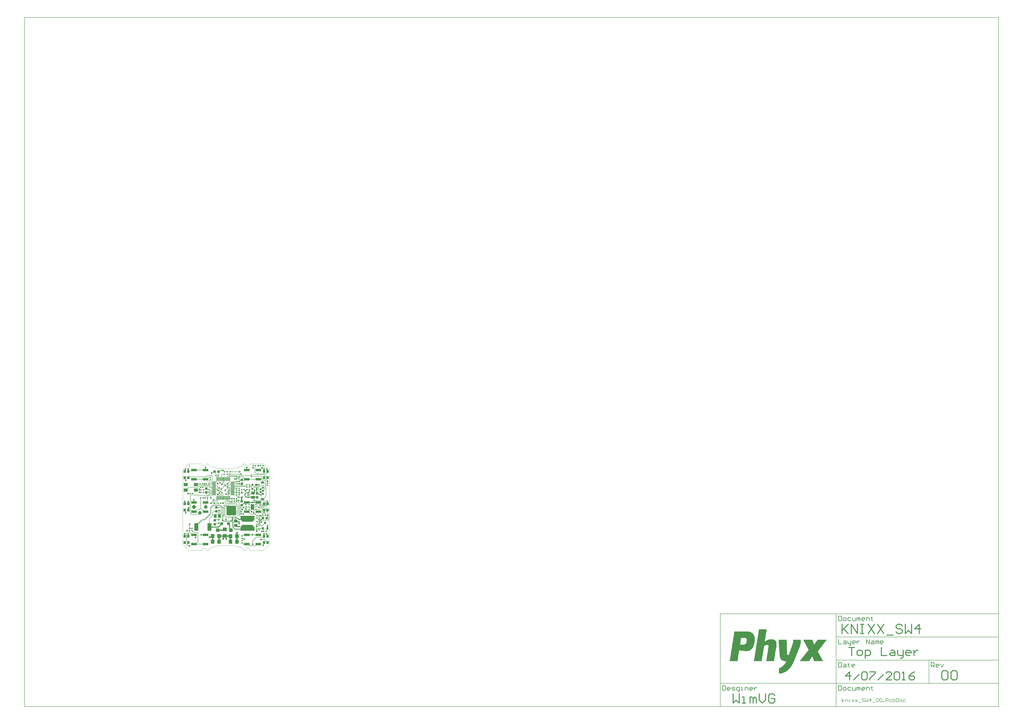
<source format=gtl>
G04 Layer_Physical_Order=1*
G04 Layer_Color=48896*
%FSLAX25Y25*%
%MOIN*%
G70*
G01*
G75*
%ADD10C,0.00787*%
%ADD11R,0.03937X0.04331*%
%ADD12R,0.04331X0.03937*%
%ADD13R,0.03937X0.04724*%
%ADD14R,0.07087X0.05512*%
%ADD15R,0.06299X0.07087*%
%ADD16R,0.07087X0.06299*%
%ADD17R,0.05906X0.05118*%
%ADD18R,0.16142X0.16142*%
%ADD19O,0.00984X0.03347*%
%ADD20O,0.00984X0.03543*%
%ADD21O,0.03347X0.00984*%
%ADD22O,0.03543X0.00984*%
%ADD23R,0.02362X0.01969*%
%ADD24R,0.01969X0.02362*%
%ADD25R,0.03150X0.03543*%
%ADD26R,0.04724X0.03543*%
%ADD27R,0.09449X0.03937*%
%ADD28R,0.05906X0.09449*%
%ADD29R,0.02756X0.01575*%
%ADD30O,0.01181X0.07087*%
%ADD31O,0.07087X0.01181*%
%ADD32R,0.07087X0.12598*%
%ADD33C,0.00839*%
%ADD34R,0.03347X0.03937*%
%ADD35R,0.03347X0.03937*%
%ADD36R,0.01181X0.02598*%
%ADD37R,0.03937X0.02362*%
%ADD38R,0.05118X0.05906*%
%ADD39R,0.04921X0.04803*%
%ADD40R,0.23622X0.04724*%
%ADD41C,0.01181*%
%ADD42C,0.00591*%
%ADD43C,0.01575*%
%ADD44C,0.01969*%
%ADD45C,0.00984*%
%ADD46C,0.00394*%
%ADD47O,0.05906X0.03347*%
%ADD48C,0.03701*%
%ADD49P,0.08352X4X180.0*%
%ADD50C,0.05906*%
G04:AMPARAMS|DCode=51|XSize=62.99mil|YSize=62.99mil|CornerRadius=15.75mil|HoleSize=0mil|Usage=FLASHONLY|Rotation=180.000|XOffset=0mil|YOffset=0mil|HoleType=Round|Shape=RoundedRectangle|*
%AMROUNDEDRECTD51*
21,1,0.06299,0.03150,0,0,180.0*
21,1,0.03150,0.06299,0,0,180.0*
1,1,0.03150,-0.01575,0.01575*
1,1,0.03150,0.01575,0.01575*
1,1,0.03150,0.01575,-0.01575*
1,1,0.03150,-0.01575,-0.01575*
%
%ADD51ROUNDEDRECTD51*%
%ADD52C,0.02756*%
G36*
X47638Y-33858D02*
Y-40157D01*
X24016D01*
Y-33858D01*
X27559Y-30315D01*
X44094D01*
X47638Y-33858D01*
D02*
G37*
G36*
Y-21260D02*
X44094Y-24803D01*
X27559D01*
X24016Y-21260D01*
Y-14961D01*
X47638D01*
Y-21260D01*
D02*
G37*
G36*
X975410Y-225449D02*
Y-225736D01*
Y-226022D01*
Y-226308D01*
Y-226595D01*
Y-226881D01*
Y-227167D01*
Y-227453D01*
Y-227740D01*
Y-228026D01*
Y-228312D01*
Y-228599D01*
Y-228885D01*
Y-229171D01*
Y-229458D01*
Y-229744D01*
Y-230030D01*
Y-230317D01*
Y-230603D01*
Y-230889D01*
Y-231176D01*
X975124D01*
Y-231462D01*
Y-231748D01*
Y-232034D01*
Y-232321D01*
Y-232607D01*
X974838D01*
Y-232893D01*
Y-233180D01*
Y-233466D01*
Y-233752D01*
X974551D01*
Y-234039D01*
Y-234325D01*
Y-234611D01*
Y-234898D01*
X974265D01*
Y-235184D01*
Y-235470D01*
Y-235757D01*
X973979D01*
Y-236043D01*
Y-236329D01*
Y-236615D01*
X973692D01*
Y-236902D01*
Y-237188D01*
Y-237474D01*
X973406D01*
Y-237761D01*
Y-238047D01*
Y-238333D01*
X973120D01*
Y-238620D01*
Y-238906D01*
X972834D01*
Y-239192D01*
Y-239479D01*
X972547D01*
Y-239765D01*
Y-240051D01*
Y-240338D01*
X972261D01*
Y-240624D01*
Y-240910D01*
X971975D01*
Y-241196D01*
Y-241483D01*
Y-241769D01*
X971688D01*
Y-242056D01*
Y-242342D01*
X971402D01*
Y-242628D01*
Y-242914D01*
Y-243201D01*
X971116D01*
Y-243487D01*
Y-243773D01*
X970829D01*
Y-244060D01*
Y-244346D01*
Y-244632D01*
X970543D01*
Y-244919D01*
Y-245205D01*
X970257D01*
Y-245491D01*
Y-245778D01*
Y-246064D01*
X969970D01*
Y-246350D01*
Y-246637D01*
X969684D01*
Y-246923D01*
Y-247209D01*
Y-247495D01*
X969398D01*
Y-247782D01*
Y-248068D01*
X969111D01*
Y-248354D01*
Y-248641D01*
Y-248927D01*
X968825D01*
Y-249213D01*
Y-249500D01*
X968539D01*
Y-249786D01*
Y-250072D01*
Y-250359D01*
X968252D01*
Y-250645D01*
Y-250931D01*
X967966D01*
Y-251218D01*
Y-251504D01*
Y-251790D01*
X967680D01*
Y-252076D01*
Y-252363D01*
X967393D01*
Y-252649D01*
Y-252935D01*
Y-253222D01*
X967107D01*
Y-253508D01*
Y-253794D01*
X966821D01*
Y-254081D01*
Y-254367D01*
Y-254653D01*
X966535D01*
Y-254940D01*
Y-255226D01*
X966248D01*
Y-255512D01*
Y-255799D01*
Y-256085D01*
X965962D01*
Y-256371D01*
Y-256657D01*
X965676D01*
Y-256944D01*
Y-257230D01*
Y-257516D01*
X965389D01*
Y-257803D01*
Y-258089D01*
X965103D01*
Y-258375D01*
Y-258662D01*
Y-258948D01*
X964817D01*
Y-259234D01*
Y-259521D01*
X964530D01*
Y-259807D01*
Y-260093D01*
Y-260380D01*
X964244D01*
Y-260666D01*
Y-260952D01*
X963958D01*
Y-261238D01*
Y-261525D01*
Y-261811D01*
X963671D01*
Y-262097D01*
Y-262384D01*
X963385D01*
Y-262670D01*
Y-262956D01*
X963099D01*
Y-263243D01*
Y-263529D01*
X962813D01*
Y-263815D01*
Y-264102D01*
Y-264388D01*
X962526D01*
Y-264674D01*
X962240D01*
Y-264961D01*
Y-265247D01*
Y-265533D01*
X961954D01*
Y-265819D01*
X961667D01*
Y-266106D01*
Y-266392D01*
X961381D01*
Y-266678D01*
Y-266965D01*
X961095D01*
Y-267251D01*
Y-267537D01*
X960808D01*
Y-267824D01*
Y-268110D01*
X960522D01*
Y-268396D01*
X960236D01*
Y-268683D01*
Y-268969D01*
X959949D01*
Y-269255D01*
Y-269542D01*
X959663D01*
Y-269828D01*
X959377D01*
Y-270114D01*
X959091D01*
Y-270400D01*
Y-270687D01*
X958804D01*
Y-270973D01*
X958518D01*
Y-271259D01*
Y-271546D01*
X958232D01*
Y-271832D01*
X957945D01*
Y-272118D01*
X957659D01*
Y-272405D01*
Y-272691D01*
X957373D01*
Y-272977D01*
X957086D01*
Y-273264D01*
X956800D01*
Y-273550D01*
X956514D01*
Y-273836D01*
X956227D01*
Y-274123D01*
Y-274409D01*
X955941D01*
Y-274695D01*
X955655D01*
Y-274981D01*
X955368D01*
Y-275268D01*
X955082D01*
Y-275554D01*
X954796D01*
Y-275840D01*
X954510D01*
Y-276127D01*
X954223D01*
Y-276413D01*
X953650D01*
Y-276699D01*
X953364D01*
Y-276986D01*
X953078D01*
Y-277272D01*
X952792D01*
Y-277558D01*
X952505D01*
Y-277845D01*
X951933D01*
Y-278131D01*
X951646D01*
Y-278417D01*
X951074D01*
Y-278703D01*
X950787D01*
Y-278990D01*
X950215D01*
Y-279276D01*
X949928D01*
Y-279562D01*
X949356D01*
Y-279849D01*
X948783D01*
Y-280135D01*
X948211D01*
Y-280421D01*
X947638D01*
Y-280708D01*
X947065D01*
Y-280994D01*
X946206D01*
Y-281280D01*
X945634D01*
Y-281567D01*
X944775D01*
Y-281853D01*
X943630D01*
Y-282139D01*
X942484D01*
Y-282426D01*
X940767D01*
Y-282712D01*
X938762D01*
Y-282998D01*
X938476D01*
Y-282712D01*
Y-282426D01*
Y-282139D01*
Y-281853D01*
Y-281567D01*
Y-281280D01*
Y-280994D01*
Y-280708D01*
Y-280421D01*
Y-280135D01*
Y-279849D01*
Y-279562D01*
Y-279276D01*
Y-278990D01*
Y-278703D01*
Y-278417D01*
Y-278131D01*
Y-277845D01*
Y-277558D01*
Y-277272D01*
Y-276986D01*
Y-276699D01*
Y-276413D01*
Y-276127D01*
Y-275840D01*
Y-275554D01*
Y-275268D01*
Y-274981D01*
Y-274695D01*
Y-274409D01*
Y-274123D01*
Y-273836D01*
Y-273550D01*
X939049D01*
Y-273264D01*
X939621D01*
Y-272977D01*
X940194D01*
Y-272691D01*
X940767D01*
Y-272405D01*
X941339D01*
Y-272118D01*
X941912D01*
Y-271832D01*
X942198D01*
Y-271546D01*
X942771D01*
Y-271259D01*
X943057D01*
Y-270973D01*
X943630D01*
Y-270687D01*
X943916D01*
Y-270400D01*
X944202D01*
Y-270114D01*
X944775D01*
Y-269828D01*
X945061D01*
Y-269542D01*
X945347D01*
Y-269255D01*
X945634D01*
Y-268969D01*
X945920D01*
Y-268683D01*
X946206D01*
Y-268396D01*
X946493D01*
Y-268110D01*
X946779D01*
Y-267824D01*
X947065D01*
Y-267537D01*
X947352D01*
Y-267251D01*
X947638D01*
Y-266965D01*
X947924D01*
Y-266678D01*
Y-266392D01*
X948211D01*
Y-266106D01*
X948497D01*
Y-265819D01*
X948783D01*
Y-265533D01*
Y-265247D01*
X949069D01*
Y-264961D01*
X949356D01*
Y-264674D01*
Y-264388D01*
X949642D01*
Y-264102D01*
Y-263815D01*
X949928D01*
Y-263529D01*
X950215D01*
Y-263243D01*
Y-262956D01*
X950501D01*
Y-262670D01*
Y-262384D01*
X950787D01*
Y-262097D01*
Y-261811D01*
X949069D01*
Y-261525D01*
X947065D01*
Y-261238D01*
X945920D01*
Y-260952D01*
X945347D01*
Y-260666D01*
X944489D01*
Y-260380D01*
X943916D01*
Y-260093D01*
X943630D01*
Y-259807D01*
X943057D01*
Y-259521D01*
X942771D01*
Y-259234D01*
X942484D01*
Y-258948D01*
X942198D01*
Y-258662D01*
X941912D01*
Y-258375D01*
X941625D01*
Y-258089D01*
Y-257803D01*
X941339D01*
Y-257516D01*
X941053D01*
Y-257230D01*
Y-256944D01*
X940767D01*
Y-256657D01*
Y-256371D01*
X940480D01*
Y-256085D01*
Y-255799D01*
X940194D01*
Y-255512D01*
Y-255226D01*
Y-254940D01*
X939907D01*
Y-254653D01*
Y-254367D01*
Y-254081D01*
Y-253794D01*
X939621D01*
Y-253508D01*
Y-253222D01*
Y-252935D01*
Y-252649D01*
Y-252363D01*
Y-252076D01*
Y-251790D01*
X939335D01*
Y-251504D01*
Y-251218D01*
Y-250931D01*
Y-250645D01*
Y-250359D01*
Y-250072D01*
Y-249786D01*
Y-249500D01*
Y-249213D01*
Y-248927D01*
Y-248641D01*
Y-248354D01*
Y-248068D01*
Y-247782D01*
Y-247495D01*
X939049D01*
Y-247209D01*
Y-246923D01*
Y-246637D01*
Y-246350D01*
Y-246064D01*
Y-245778D01*
Y-245491D01*
Y-245205D01*
Y-244919D01*
Y-244632D01*
Y-244346D01*
Y-244060D01*
Y-243773D01*
Y-243487D01*
Y-243201D01*
X938762D01*
Y-242914D01*
Y-242628D01*
Y-242342D01*
Y-242056D01*
Y-241769D01*
Y-241483D01*
Y-241196D01*
Y-240910D01*
Y-240624D01*
Y-240338D01*
Y-240051D01*
Y-239765D01*
Y-239479D01*
Y-239192D01*
Y-238906D01*
Y-238620D01*
X938476D01*
Y-238333D01*
Y-238047D01*
Y-237761D01*
Y-237474D01*
Y-237188D01*
Y-236902D01*
Y-236615D01*
Y-236329D01*
Y-236043D01*
Y-235757D01*
Y-235470D01*
Y-235184D01*
Y-234898D01*
Y-234611D01*
Y-234325D01*
Y-234039D01*
X938190D01*
Y-233752D01*
Y-233466D01*
Y-233180D01*
Y-232893D01*
Y-232607D01*
Y-232321D01*
Y-232034D01*
Y-231748D01*
Y-231462D01*
Y-231176D01*
Y-230889D01*
Y-230603D01*
Y-230317D01*
Y-230030D01*
X937903D01*
Y-229744D01*
Y-229458D01*
Y-229171D01*
Y-228885D01*
Y-228599D01*
Y-228312D01*
Y-228026D01*
Y-227740D01*
Y-227453D01*
Y-227167D01*
Y-226881D01*
Y-226595D01*
Y-226308D01*
Y-226022D01*
Y-225736D01*
Y-225449D01*
X937617D01*
Y-225163D01*
X951360D01*
Y-225449D01*
Y-225736D01*
Y-226022D01*
Y-226308D01*
Y-226595D01*
Y-226881D01*
Y-227167D01*
Y-227453D01*
Y-227740D01*
Y-228026D01*
Y-228312D01*
Y-228599D01*
Y-228885D01*
Y-229171D01*
X951646D01*
Y-229458D01*
Y-229744D01*
Y-230030D01*
Y-230317D01*
Y-230603D01*
Y-230889D01*
Y-231176D01*
Y-231462D01*
Y-231748D01*
Y-232034D01*
Y-232321D01*
Y-232607D01*
Y-232893D01*
Y-233180D01*
Y-233466D01*
Y-233752D01*
Y-234039D01*
Y-234325D01*
Y-234611D01*
Y-234898D01*
Y-235184D01*
Y-235470D01*
Y-235757D01*
Y-236043D01*
Y-236329D01*
Y-236615D01*
Y-236902D01*
Y-237188D01*
Y-237474D01*
Y-237761D01*
Y-238047D01*
Y-238333D01*
Y-238620D01*
Y-238906D01*
Y-239192D01*
Y-239479D01*
Y-239765D01*
Y-240051D01*
Y-240338D01*
Y-240624D01*
Y-240910D01*
X951933D01*
Y-241196D01*
X951646D01*
Y-241483D01*
Y-241769D01*
X951933D01*
Y-242056D01*
Y-242342D01*
Y-242628D01*
Y-242914D01*
Y-243201D01*
Y-243487D01*
Y-243773D01*
Y-244060D01*
Y-244346D01*
Y-244632D01*
Y-244919D01*
Y-245205D01*
Y-245491D01*
Y-245778D01*
Y-246064D01*
Y-246350D01*
Y-246637D01*
Y-246923D01*
Y-247209D01*
Y-247495D01*
Y-247782D01*
Y-248068D01*
Y-248354D01*
Y-248641D01*
Y-248927D01*
Y-249213D01*
X952219D01*
Y-249500D01*
Y-249786D01*
Y-250072D01*
X952505D01*
Y-250359D01*
X952792D01*
Y-250645D01*
X953078D01*
Y-250931D01*
X953937D01*
Y-251218D01*
X954796D01*
Y-250931D01*
X955082D01*
Y-250645D01*
Y-250359D01*
Y-250072D01*
X955368D01*
Y-249786D01*
Y-249500D01*
X955655D01*
Y-249213D01*
Y-248927D01*
Y-248641D01*
X955941D01*
Y-248354D01*
Y-248068D01*
Y-247782D01*
X956227D01*
Y-247495D01*
Y-247209D01*
Y-246923D01*
X956514D01*
Y-246637D01*
Y-246350D01*
Y-246064D01*
X956800D01*
Y-245778D01*
Y-245491D01*
X957086D01*
Y-245205D01*
Y-244919D01*
Y-244632D01*
X957373D01*
Y-244346D01*
Y-244060D01*
Y-243773D01*
X957659D01*
Y-243487D01*
Y-243201D01*
Y-242914D01*
X957945D01*
Y-242628D01*
Y-242342D01*
X958232D01*
Y-242056D01*
Y-241769D01*
Y-241483D01*
X958518D01*
Y-241196D01*
Y-240910D01*
Y-240624D01*
X958804D01*
Y-240338D01*
Y-240051D01*
Y-239765D01*
X959091D01*
Y-239479D01*
Y-239192D01*
X959377D01*
Y-238906D01*
Y-238620D01*
Y-238333D01*
X959663D01*
Y-238047D01*
Y-237761D01*
Y-237474D01*
X959949D01*
Y-237188D01*
Y-236902D01*
Y-236615D01*
X960236D01*
Y-236329D01*
Y-236043D01*
X960522D01*
Y-235757D01*
Y-235470D01*
Y-235184D01*
X960808D01*
Y-234898D01*
Y-234611D01*
Y-234325D01*
X961095D01*
Y-234039D01*
Y-233752D01*
Y-233466D01*
X961381D01*
Y-233180D01*
Y-232893D01*
Y-232607D01*
Y-232321D01*
X961667D01*
Y-232034D01*
Y-231748D01*
Y-231462D01*
Y-231176D01*
X961954D01*
Y-230889D01*
Y-230603D01*
Y-230317D01*
Y-230030D01*
Y-229744D01*
X962240D01*
Y-229458D01*
Y-229171D01*
Y-228885D01*
Y-228599D01*
Y-228312D01*
Y-228026D01*
X962526D01*
Y-227740D01*
Y-227453D01*
Y-227167D01*
Y-226881D01*
Y-226595D01*
Y-226308D01*
Y-226022D01*
Y-225736D01*
Y-225449D01*
Y-225163D01*
X975410D01*
Y-225449D01*
D02*
G37*
G36*
X917575Y-207984D02*
Y-208271D01*
X917289D01*
Y-208557D01*
Y-208843D01*
Y-209130D01*
Y-209416D01*
Y-209702D01*
Y-209988D01*
X917002D01*
Y-210275D01*
Y-210561D01*
Y-210847D01*
Y-211134D01*
Y-211420D01*
Y-211706D01*
X916716D01*
Y-211993D01*
Y-212279D01*
Y-212565D01*
Y-212852D01*
Y-213138D01*
Y-213424D01*
Y-213710D01*
X916430D01*
Y-213997D01*
Y-214283D01*
Y-214569D01*
Y-214856D01*
Y-215142D01*
Y-215428D01*
X916144D01*
Y-215715D01*
Y-216001D01*
Y-216287D01*
Y-216574D01*
Y-216860D01*
Y-217146D01*
X915857D01*
Y-217432D01*
Y-217719D01*
Y-218005D01*
Y-218291D01*
Y-218578D01*
Y-218864D01*
Y-219150D01*
X915571D01*
Y-219437D01*
Y-219723D01*
Y-220009D01*
Y-220296D01*
Y-220582D01*
Y-220868D01*
X915285D01*
Y-221155D01*
Y-221441D01*
Y-221727D01*
Y-222013D01*
Y-222300D01*
Y-222586D01*
X914998D01*
Y-222872D01*
Y-223159D01*
Y-223445D01*
Y-223731D01*
Y-224018D01*
Y-224304D01*
X914712D01*
Y-224590D01*
Y-224877D01*
Y-225163D01*
Y-225449D01*
Y-225736D01*
Y-226022D01*
Y-226308D01*
X914426D01*
Y-226595D01*
Y-226881D01*
Y-227167D01*
Y-227453D01*
Y-227740D01*
Y-228026D01*
X914139D01*
Y-228312D01*
Y-228599D01*
X914712D01*
Y-228312D01*
X914998D01*
Y-228026D01*
X915285D01*
Y-227740D01*
X915857D01*
Y-227453D01*
X916144D01*
Y-227167D01*
X916430D01*
Y-226881D01*
X917002D01*
Y-226595D01*
X917575D01*
Y-226308D01*
X917861D01*
Y-226022D01*
X918434D01*
Y-225736D01*
X919293D01*
Y-225449D01*
X919866D01*
Y-225163D01*
X920725D01*
Y-224877D01*
X922156D01*
Y-224590D01*
X928455D01*
Y-224877D01*
X929600D01*
Y-225163D01*
X930459D01*
Y-225449D01*
X931032D01*
Y-225736D01*
X931318D01*
Y-226022D01*
X931891D01*
Y-226308D01*
X932177D01*
Y-226595D01*
X932463D01*
Y-226881D01*
X932750D01*
Y-227167D01*
X933036D01*
Y-227453D01*
Y-227740D01*
X933322D01*
Y-228026D01*
Y-228312D01*
X933609D01*
Y-228599D01*
Y-228885D01*
Y-229171D01*
X933895D01*
Y-229458D01*
Y-229744D01*
Y-230030D01*
Y-230317D01*
X934181D01*
Y-230603D01*
Y-230889D01*
Y-231176D01*
Y-231462D01*
Y-231748D01*
Y-232034D01*
Y-232321D01*
Y-232607D01*
Y-232893D01*
Y-233180D01*
Y-233466D01*
Y-233752D01*
Y-234039D01*
Y-234325D01*
Y-234611D01*
Y-234898D01*
Y-235184D01*
Y-235470D01*
X933895D01*
Y-235757D01*
Y-236043D01*
Y-236329D01*
Y-236615D01*
Y-236902D01*
Y-237188D01*
Y-237474D01*
X933609D01*
Y-237761D01*
Y-238047D01*
Y-238333D01*
Y-238620D01*
Y-238906D01*
Y-239192D01*
Y-239479D01*
X933322D01*
Y-239765D01*
Y-240051D01*
Y-240338D01*
Y-240624D01*
Y-240910D01*
Y-241196D01*
X933036D01*
Y-241483D01*
Y-241769D01*
Y-242056D01*
Y-242342D01*
Y-242628D01*
Y-242914D01*
X932750D01*
Y-243201D01*
Y-243487D01*
Y-243773D01*
Y-244060D01*
Y-244346D01*
Y-244632D01*
X932463D01*
Y-244919D01*
Y-245205D01*
Y-245491D01*
Y-245778D01*
Y-246064D01*
Y-246350D01*
Y-246637D01*
X932177D01*
Y-246923D01*
Y-247209D01*
Y-247495D01*
Y-247782D01*
Y-248068D01*
Y-248354D01*
X931891D01*
Y-248641D01*
Y-248927D01*
Y-249213D01*
Y-249500D01*
Y-249786D01*
Y-250072D01*
X931604D01*
Y-250359D01*
Y-250645D01*
Y-250931D01*
Y-251218D01*
Y-251504D01*
Y-251790D01*
Y-252076D01*
X931318D01*
Y-252363D01*
Y-252649D01*
Y-252935D01*
Y-253222D01*
Y-253508D01*
Y-253794D01*
X931032D01*
Y-254081D01*
Y-254367D01*
Y-254653D01*
Y-254940D01*
Y-255226D01*
Y-255512D01*
X930746D01*
Y-255799D01*
Y-256085D01*
Y-256371D01*
Y-256657D01*
Y-256944D01*
Y-257230D01*
X930459D01*
Y-257516D01*
Y-257803D01*
Y-258089D01*
Y-258375D01*
Y-258662D01*
Y-258948D01*
Y-259234D01*
X930173D01*
Y-259521D01*
Y-259807D01*
Y-260093D01*
Y-260380D01*
Y-260666D01*
Y-260952D01*
X929887D01*
Y-261238D01*
Y-261525D01*
X916716D01*
Y-261238D01*
Y-260952D01*
X917002D01*
Y-260666D01*
Y-260380D01*
Y-260093D01*
Y-259807D01*
Y-259521D01*
Y-259234D01*
X917289D01*
Y-258948D01*
Y-258662D01*
Y-258375D01*
Y-258089D01*
Y-257803D01*
Y-257516D01*
Y-257230D01*
X917575D01*
Y-256944D01*
Y-256657D01*
Y-256371D01*
Y-256085D01*
Y-255799D01*
Y-255512D01*
X917861D01*
Y-255226D01*
Y-254940D01*
Y-254653D01*
Y-254367D01*
Y-254081D01*
Y-253794D01*
X918148D01*
Y-253508D01*
Y-253222D01*
Y-252935D01*
Y-252649D01*
Y-252363D01*
Y-252076D01*
Y-251790D01*
X918434D01*
Y-251504D01*
Y-251218D01*
Y-250931D01*
Y-250645D01*
Y-250359D01*
Y-250072D01*
X918720D01*
Y-249786D01*
Y-249500D01*
Y-249213D01*
Y-248927D01*
Y-248641D01*
Y-248354D01*
Y-248068D01*
X919007D01*
Y-247782D01*
Y-247495D01*
Y-247209D01*
Y-246923D01*
Y-246637D01*
Y-246350D01*
X919293D01*
Y-246064D01*
Y-245778D01*
Y-245491D01*
Y-245205D01*
Y-244919D01*
Y-244632D01*
X919579D01*
Y-244346D01*
Y-244060D01*
Y-243773D01*
Y-243487D01*
Y-243201D01*
Y-242914D01*
X919866D01*
Y-242628D01*
Y-242342D01*
Y-242056D01*
Y-241769D01*
Y-241483D01*
Y-241196D01*
Y-240910D01*
X920152D01*
Y-240624D01*
Y-240338D01*
Y-240051D01*
Y-239765D01*
Y-239479D01*
Y-239192D01*
X920438D01*
Y-238906D01*
Y-238620D01*
Y-238333D01*
Y-238047D01*
Y-237761D01*
Y-237474D01*
Y-237188D01*
X920725D01*
Y-236902D01*
Y-236615D01*
Y-236329D01*
Y-236043D01*
Y-235757D01*
Y-235470D01*
X920438D01*
Y-235184D01*
Y-234898D01*
X920152D01*
Y-234611D01*
X919866D01*
Y-234325D01*
X919293D01*
Y-234039D01*
X917575D01*
Y-234325D01*
X916144D01*
Y-234611D01*
X915285D01*
Y-234898D01*
X914712D01*
Y-235184D01*
X914426D01*
Y-235470D01*
X913853D01*
Y-235757D01*
X913567D01*
Y-236043D01*
X913280D01*
Y-236329D01*
Y-236615D01*
X912994D01*
Y-236902D01*
Y-237188D01*
Y-237474D01*
X912708D01*
Y-237761D01*
Y-238047D01*
Y-238333D01*
Y-238620D01*
Y-238906D01*
Y-239192D01*
X912422D01*
Y-239479D01*
Y-239765D01*
Y-240051D01*
Y-240338D01*
Y-240624D01*
Y-240910D01*
Y-241196D01*
X912135D01*
Y-241483D01*
Y-241769D01*
Y-242056D01*
Y-242342D01*
Y-242628D01*
Y-242914D01*
X911849D01*
Y-243201D01*
Y-243487D01*
Y-243773D01*
Y-244060D01*
Y-244346D01*
Y-244632D01*
X911563D01*
Y-244919D01*
Y-245205D01*
Y-245491D01*
Y-245778D01*
Y-246064D01*
Y-246350D01*
X911276D01*
Y-246637D01*
Y-246923D01*
Y-247209D01*
Y-247495D01*
Y-247782D01*
Y-248068D01*
Y-248354D01*
X910990D01*
Y-248641D01*
Y-248927D01*
Y-249213D01*
Y-249500D01*
Y-249786D01*
Y-250072D01*
X910704D01*
Y-250359D01*
Y-250645D01*
Y-250931D01*
Y-251218D01*
Y-251504D01*
Y-251790D01*
X910417D01*
Y-252076D01*
Y-252363D01*
Y-252649D01*
Y-252935D01*
Y-253222D01*
Y-253508D01*
Y-253794D01*
X910131D01*
Y-254081D01*
Y-254367D01*
Y-254653D01*
Y-254940D01*
Y-255226D01*
Y-255512D01*
X909845D01*
Y-255799D01*
Y-256085D01*
Y-256371D01*
Y-256657D01*
Y-256944D01*
Y-257230D01*
X909558D01*
Y-257516D01*
Y-257803D01*
Y-258089D01*
Y-258375D01*
Y-258662D01*
Y-258948D01*
X909272D01*
Y-259234D01*
Y-259521D01*
Y-259807D01*
Y-260093D01*
Y-260380D01*
Y-260666D01*
Y-260952D01*
X908986D01*
Y-261238D01*
Y-261525D01*
X895815D01*
Y-261238D01*
Y-260952D01*
X896102D01*
Y-260666D01*
Y-260380D01*
Y-260093D01*
Y-259807D01*
Y-259521D01*
Y-259234D01*
Y-258948D01*
X896388D01*
Y-258662D01*
Y-258375D01*
Y-258089D01*
Y-257803D01*
Y-257516D01*
Y-257230D01*
X896674D01*
Y-256944D01*
Y-256657D01*
Y-256371D01*
Y-256085D01*
Y-255799D01*
Y-255512D01*
X896961D01*
Y-255226D01*
Y-254940D01*
Y-254653D01*
Y-254367D01*
Y-254081D01*
Y-253794D01*
Y-253508D01*
X897247D01*
Y-253222D01*
Y-252935D01*
Y-252649D01*
Y-252363D01*
Y-252076D01*
Y-251790D01*
X897533D01*
Y-251504D01*
Y-251218D01*
Y-250931D01*
Y-250645D01*
Y-250359D01*
Y-250072D01*
X897820D01*
Y-249786D01*
Y-249500D01*
Y-249213D01*
Y-248927D01*
Y-248641D01*
Y-248354D01*
X898106D01*
Y-248068D01*
Y-247782D01*
Y-247495D01*
Y-247209D01*
Y-246923D01*
Y-246637D01*
Y-246350D01*
X898392D01*
Y-246064D01*
Y-245778D01*
Y-245491D01*
Y-245205D01*
Y-244919D01*
Y-244632D01*
X898678D01*
Y-244346D01*
Y-244060D01*
Y-243773D01*
Y-243487D01*
Y-243201D01*
Y-242914D01*
X898965D01*
Y-242628D01*
Y-242342D01*
Y-242056D01*
Y-241769D01*
Y-241483D01*
Y-241196D01*
Y-240910D01*
X899251D01*
Y-240624D01*
Y-240338D01*
Y-240051D01*
Y-239765D01*
Y-239479D01*
Y-239192D01*
X899537D01*
Y-238906D01*
Y-238620D01*
Y-238333D01*
Y-238047D01*
Y-237761D01*
Y-237474D01*
X899824D01*
Y-237188D01*
Y-236902D01*
Y-236615D01*
Y-236329D01*
Y-236043D01*
Y-235757D01*
X900110D01*
Y-235470D01*
Y-235184D01*
Y-234898D01*
Y-234611D01*
Y-234325D01*
Y-234039D01*
Y-233752D01*
X900396D01*
Y-233466D01*
Y-233180D01*
Y-232893D01*
Y-232607D01*
Y-232321D01*
Y-232034D01*
X900683D01*
Y-231748D01*
Y-231462D01*
Y-231176D01*
Y-230889D01*
Y-230603D01*
Y-230317D01*
X900969D01*
Y-230030D01*
Y-229744D01*
Y-229458D01*
Y-229171D01*
Y-228885D01*
Y-228599D01*
X901255D01*
Y-228312D01*
Y-228026D01*
Y-227740D01*
Y-227453D01*
Y-227167D01*
Y-226881D01*
Y-226595D01*
X901542D01*
Y-226308D01*
Y-226022D01*
Y-225736D01*
Y-225449D01*
Y-225163D01*
Y-224877D01*
X901828D01*
Y-224590D01*
Y-224304D01*
Y-224018D01*
Y-223731D01*
Y-223445D01*
Y-223159D01*
X902114D01*
Y-222872D01*
Y-222586D01*
Y-222300D01*
Y-222013D01*
Y-221727D01*
Y-221441D01*
Y-221155D01*
X902400D01*
Y-220868D01*
Y-220582D01*
Y-220296D01*
Y-220009D01*
Y-219723D01*
Y-219437D01*
X902687D01*
Y-219150D01*
Y-218864D01*
Y-218578D01*
Y-218291D01*
Y-218005D01*
Y-217719D01*
X902973D01*
Y-217432D01*
Y-217146D01*
Y-216860D01*
Y-216574D01*
Y-216287D01*
Y-216001D01*
X903259D01*
Y-215715D01*
Y-215428D01*
Y-215142D01*
Y-214856D01*
Y-214569D01*
Y-214283D01*
Y-213997D01*
X903546D01*
Y-213710D01*
Y-213424D01*
Y-213138D01*
Y-212852D01*
Y-212565D01*
Y-212279D01*
X903832D01*
Y-211993D01*
Y-211706D01*
Y-211420D01*
Y-211134D01*
Y-210847D01*
Y-210561D01*
X904118D01*
Y-210275D01*
Y-209988D01*
Y-209702D01*
Y-209416D01*
Y-209130D01*
Y-208843D01*
Y-208557D01*
X904405D01*
Y-208271D01*
Y-207984D01*
Y-207698D01*
X917575D01*
Y-207984D01*
D02*
G37*
G36*
X886367Y-211420D02*
X888085D01*
Y-211706D01*
X888944D01*
Y-211993D01*
X889803D01*
Y-212279D01*
X890662D01*
Y-212565D01*
X891234D01*
Y-212852D01*
X891521D01*
Y-213138D01*
X892093D01*
Y-213424D01*
X892380D01*
Y-213710D01*
X892952D01*
Y-213997D01*
X893239D01*
Y-214283D01*
X893525D01*
Y-214569D01*
X893811D01*
Y-214856D01*
X894098D01*
Y-215142D01*
X894384D01*
Y-215428D01*
X894670D01*
Y-215715D01*
Y-216001D01*
X894956D01*
Y-216287D01*
X895243D01*
Y-216574D01*
Y-216860D01*
X895529D01*
Y-217146D01*
X895815D01*
Y-217432D01*
Y-217719D01*
X896102D01*
Y-218005D01*
Y-218291D01*
Y-218578D01*
X896388D01*
Y-218864D01*
Y-219150D01*
Y-219437D01*
X896674D01*
Y-219723D01*
Y-220009D01*
Y-220296D01*
Y-220582D01*
X896961D01*
Y-220868D01*
Y-221155D01*
Y-221441D01*
Y-221727D01*
Y-222013D01*
X897247D01*
Y-222300D01*
Y-222586D01*
Y-222872D01*
Y-223159D01*
Y-223445D01*
Y-223731D01*
Y-224018D01*
Y-224304D01*
Y-224590D01*
Y-224877D01*
Y-225163D01*
Y-225449D01*
Y-225736D01*
Y-226022D01*
Y-226308D01*
Y-226595D01*
Y-226881D01*
Y-227167D01*
Y-227453D01*
Y-227740D01*
X896961D01*
Y-228026D01*
Y-228312D01*
Y-228599D01*
Y-228885D01*
Y-229171D01*
Y-229458D01*
Y-229744D01*
X896674D01*
Y-230030D01*
Y-230317D01*
Y-230603D01*
Y-230889D01*
Y-231176D01*
X896388D01*
Y-231462D01*
Y-231748D01*
Y-232034D01*
Y-232321D01*
Y-232607D01*
X896102D01*
Y-232893D01*
Y-233180D01*
Y-233466D01*
X895815D01*
Y-233752D01*
Y-234039D01*
Y-234325D01*
Y-234611D01*
X895529D01*
Y-234898D01*
Y-235184D01*
Y-235470D01*
X895243D01*
Y-235757D01*
Y-236043D01*
X894956D01*
Y-236329D01*
Y-236615D01*
Y-236902D01*
X894670D01*
Y-237188D01*
Y-237474D01*
X894384D01*
Y-237761D01*
Y-238047D01*
X894098D01*
Y-238333D01*
Y-238620D01*
X893811D01*
Y-238906D01*
X893525D01*
Y-239192D01*
Y-239479D01*
X893239D01*
Y-239765D01*
X892952D01*
Y-240051D01*
X892666D01*
Y-240338D01*
Y-240624D01*
X892380D01*
Y-240910D01*
X892093D01*
Y-241196D01*
X891807D01*
Y-241483D01*
X891521D01*
Y-241769D01*
X891234D01*
Y-242056D01*
X890662D01*
Y-242342D01*
X890375D01*
Y-242628D01*
X889803D01*
Y-242914D01*
X889517D01*
Y-243201D01*
X888944D01*
Y-243487D01*
X888085D01*
Y-243773D01*
X887226D01*
Y-244060D01*
X886367D01*
Y-244346D01*
X884649D01*
Y-244632D01*
X879496D01*
Y-244346D01*
X876919D01*
Y-244060D01*
X874914D01*
Y-243773D01*
X873483D01*
Y-243487D01*
X872051D01*
Y-243201D01*
X870620D01*
Y-243487D01*
Y-243773D01*
Y-244060D01*
Y-244346D01*
Y-244632D01*
Y-244919D01*
Y-245205D01*
X870333D01*
Y-245491D01*
Y-245778D01*
Y-246064D01*
Y-246350D01*
Y-246637D01*
Y-246923D01*
X870047D01*
Y-247209D01*
Y-247495D01*
Y-247782D01*
Y-248068D01*
Y-248354D01*
Y-248641D01*
X869761D01*
Y-248927D01*
Y-249213D01*
Y-249500D01*
Y-249786D01*
Y-250072D01*
Y-250359D01*
Y-250645D01*
X869475D01*
Y-250931D01*
Y-251218D01*
Y-251504D01*
Y-251790D01*
Y-252076D01*
Y-252363D01*
X869188D01*
Y-252649D01*
Y-252935D01*
Y-253222D01*
Y-253508D01*
Y-253794D01*
Y-254081D01*
X868902D01*
Y-254367D01*
Y-254653D01*
Y-254940D01*
Y-255226D01*
Y-255512D01*
Y-255799D01*
Y-256085D01*
X868616D01*
Y-256371D01*
Y-256657D01*
Y-256944D01*
Y-257230D01*
Y-257516D01*
Y-257803D01*
X868329D01*
Y-258089D01*
Y-258375D01*
Y-258662D01*
Y-258948D01*
Y-259234D01*
Y-259521D01*
X868043D01*
Y-259807D01*
Y-260093D01*
Y-260380D01*
Y-260666D01*
Y-260952D01*
Y-261238D01*
Y-261525D01*
X854586D01*
Y-261238D01*
X854873D01*
Y-260952D01*
Y-260666D01*
Y-260380D01*
Y-260093D01*
Y-259807D01*
X855159D01*
Y-259521D01*
Y-259234D01*
Y-258948D01*
Y-258662D01*
Y-258375D01*
Y-258089D01*
Y-257803D01*
X855445D01*
Y-257516D01*
Y-257230D01*
Y-256944D01*
Y-256657D01*
Y-256371D01*
Y-256085D01*
X855731D01*
Y-255799D01*
Y-255512D01*
Y-255226D01*
Y-254940D01*
Y-254653D01*
Y-254367D01*
X856018D01*
Y-254081D01*
Y-253794D01*
Y-253508D01*
Y-253222D01*
Y-252935D01*
Y-252649D01*
Y-252363D01*
X856304D01*
Y-252076D01*
Y-251790D01*
Y-251504D01*
Y-251218D01*
Y-250931D01*
Y-250645D01*
X856590D01*
Y-250359D01*
Y-250072D01*
Y-249786D01*
Y-249500D01*
Y-249213D01*
Y-248927D01*
X856877D01*
Y-248641D01*
Y-248354D01*
Y-248068D01*
Y-247782D01*
Y-247495D01*
Y-247209D01*
X857163D01*
Y-246923D01*
Y-246637D01*
Y-246350D01*
Y-246064D01*
Y-245778D01*
Y-245491D01*
Y-245205D01*
X857449D01*
Y-244919D01*
Y-244632D01*
Y-244346D01*
Y-244060D01*
Y-243773D01*
Y-243487D01*
X857736D01*
Y-243201D01*
Y-242914D01*
Y-242628D01*
Y-242342D01*
Y-242056D01*
Y-241769D01*
X858022D01*
Y-241483D01*
Y-241196D01*
Y-240910D01*
Y-240624D01*
Y-240338D01*
Y-240051D01*
X858308D01*
Y-239765D01*
Y-239479D01*
Y-239192D01*
Y-238906D01*
Y-238620D01*
Y-238333D01*
Y-238047D01*
X858595D01*
Y-237761D01*
Y-237474D01*
Y-237188D01*
Y-236902D01*
Y-236615D01*
Y-236329D01*
X858881D01*
Y-236043D01*
Y-235757D01*
Y-235470D01*
Y-235184D01*
Y-234898D01*
Y-234611D01*
X859167D01*
Y-234325D01*
Y-234039D01*
Y-233752D01*
Y-233466D01*
Y-233180D01*
Y-232893D01*
Y-232607D01*
X859454D01*
Y-232321D01*
Y-232034D01*
Y-231748D01*
Y-231462D01*
Y-231176D01*
Y-230889D01*
X859740D01*
Y-230603D01*
Y-230317D01*
Y-230030D01*
Y-229744D01*
Y-229458D01*
Y-229171D01*
X860026D01*
Y-228885D01*
Y-228599D01*
Y-228312D01*
Y-228026D01*
Y-227740D01*
Y-227453D01*
X860313D01*
Y-227167D01*
Y-226881D01*
Y-226595D01*
Y-226308D01*
Y-226022D01*
Y-225736D01*
Y-225449D01*
X860599D01*
Y-225163D01*
Y-224877D01*
Y-224590D01*
Y-224304D01*
Y-224018D01*
Y-223731D01*
X860885D01*
Y-223445D01*
Y-223159D01*
Y-222872D01*
Y-222586D01*
Y-222300D01*
Y-222013D01*
X861172D01*
Y-221727D01*
Y-221441D01*
Y-221155D01*
Y-220868D01*
Y-220582D01*
Y-220296D01*
Y-220009D01*
X861458D01*
Y-219723D01*
Y-219437D01*
Y-219150D01*
Y-218864D01*
Y-218578D01*
Y-218291D01*
X861744D01*
Y-218005D01*
Y-217719D01*
Y-217432D01*
Y-217146D01*
Y-216860D01*
Y-216574D01*
X862030D01*
Y-216287D01*
Y-216001D01*
Y-215715D01*
Y-215428D01*
Y-215142D01*
Y-214856D01*
Y-214569D01*
X862317D01*
Y-214283D01*
Y-213997D01*
Y-213710D01*
Y-213424D01*
Y-213138D01*
Y-212852D01*
X862603D01*
Y-212565D01*
Y-212279D01*
Y-211993D01*
Y-211706D01*
Y-211420D01*
Y-211134D01*
X886367D01*
Y-211420D01*
D02*
G37*
G36*
X1019503Y-225449D02*
X1019216D01*
Y-225736D01*
X1018930D01*
Y-226022D01*
Y-226308D01*
X1018643D01*
Y-226595D01*
X1018357D01*
Y-226881D01*
X1018071D01*
Y-227167D01*
Y-227453D01*
X1017785D01*
Y-227740D01*
X1017498D01*
Y-228026D01*
X1017212D01*
Y-228312D01*
X1016926D01*
Y-228599D01*
Y-228885D01*
X1016639D01*
Y-229171D01*
X1016353D01*
Y-229458D01*
X1016067D01*
Y-229744D01*
Y-230030D01*
X1015780D01*
Y-230317D01*
X1015494D01*
Y-230603D01*
X1015208D01*
Y-230889D01*
X1014921D01*
Y-231176D01*
Y-231462D01*
X1014635D01*
Y-231748D01*
X1014349D01*
Y-232034D01*
X1014062D01*
Y-232321D01*
Y-232607D01*
X1013776D01*
Y-232893D01*
X1013490D01*
Y-233180D01*
X1013204D01*
Y-233466D01*
Y-233752D01*
X1012917D01*
Y-234039D01*
X1012631D01*
Y-234325D01*
X1012345D01*
Y-234611D01*
X1012058D01*
Y-234898D01*
Y-235184D01*
X1011772D01*
Y-235470D01*
X1011486D01*
Y-235757D01*
X1011199D01*
Y-236043D01*
Y-236329D01*
X1010913D01*
Y-236615D01*
X1010627D01*
Y-236902D01*
X1010340D01*
Y-237188D01*
Y-237474D01*
X1010054D01*
Y-237761D01*
X1009768D01*
Y-238047D01*
X1009482D01*
Y-238333D01*
X1009195D01*
Y-238620D01*
Y-238906D01*
X1008909D01*
Y-239192D01*
X1008623D01*
Y-239479D01*
X1008336D01*
Y-239765D01*
Y-240051D01*
X1008050D01*
Y-240338D01*
X1007764D01*
Y-240624D01*
X1007477D01*
Y-240910D01*
Y-241196D01*
X1007191D01*
Y-241483D01*
X1006905D01*
Y-241769D01*
X1006618D01*
Y-242056D01*
X1006332D01*
Y-242342D01*
Y-242628D01*
X1006046D01*
Y-242914D01*
X1005760D01*
Y-243201D01*
X1005473D01*
Y-243487D01*
Y-243773D01*
X1005187D01*
Y-244060D01*
X1004900D01*
Y-244346D01*
X1004614D01*
Y-244632D01*
X1004328D01*
Y-244919D01*
Y-245205D01*
X1004614D01*
Y-245491D01*
Y-245778D01*
X1004900D01*
Y-246064D01*
Y-246350D01*
X1005187D01*
Y-246637D01*
X1005473D01*
Y-246923D01*
Y-247209D01*
X1005760D01*
Y-247495D01*
Y-247782D01*
X1006046D01*
Y-248068D01*
Y-248354D01*
X1006332D01*
Y-248641D01*
Y-248927D01*
X1006618D01*
Y-249213D01*
Y-249500D01*
X1006905D01*
Y-249786D01*
Y-250072D01*
X1007191D01*
Y-250359D01*
Y-250645D01*
X1007477D01*
Y-250931D01*
Y-251218D01*
X1007764D01*
Y-251504D01*
X1008050D01*
Y-251790D01*
Y-252076D01*
X1008336D01*
Y-252363D01*
Y-252649D01*
X1008623D01*
Y-252935D01*
Y-253222D01*
X1008909D01*
Y-253508D01*
Y-253794D01*
X1009195D01*
Y-254081D01*
Y-254367D01*
X1009482D01*
Y-254653D01*
Y-254940D01*
X1009768D01*
Y-255226D01*
Y-255512D01*
X1010054D01*
Y-255799D01*
X1010340D01*
Y-256085D01*
Y-256371D01*
X1010627D01*
Y-256657D01*
Y-256944D01*
X1010913D01*
Y-257230D01*
Y-257516D01*
X1011199D01*
Y-257803D01*
Y-258089D01*
X1011486D01*
Y-258375D01*
Y-258662D01*
X1011772D01*
Y-258948D01*
Y-259234D01*
X1012058D01*
Y-259521D01*
Y-259807D01*
X1012345D01*
Y-260093D01*
X1012631D01*
Y-260380D01*
Y-260666D01*
X1012917D01*
Y-260952D01*
Y-261238D01*
X1013204D01*
Y-261525D01*
X998029D01*
Y-261238D01*
X997743D01*
Y-260952D01*
Y-260666D01*
Y-260380D01*
X997456D01*
Y-260093D01*
Y-259807D01*
Y-259521D01*
X997170D01*
Y-259234D01*
Y-258948D01*
X996884D01*
Y-258662D01*
Y-258375D01*
Y-258089D01*
X996597D01*
Y-257803D01*
Y-257516D01*
Y-257230D01*
X996311D01*
Y-256944D01*
Y-256657D01*
X996025D01*
Y-256371D01*
Y-256085D01*
Y-255799D01*
X995739D01*
Y-255512D01*
Y-255226D01*
Y-254940D01*
X995452D01*
Y-254653D01*
Y-254367D01*
Y-254081D01*
X995166D01*
Y-253794D01*
X994593D01*
Y-254081D01*
Y-254367D01*
X994307D01*
Y-254653D01*
X994021D01*
Y-254940D01*
Y-255226D01*
X993734D01*
Y-255512D01*
X993448D01*
Y-255799D01*
Y-256085D01*
X993162D01*
Y-256371D01*
X992875D01*
Y-256657D01*
Y-256944D01*
X992589D01*
Y-257230D01*
X992303D01*
Y-257516D01*
X992017D01*
Y-257803D01*
Y-258089D01*
X991730D01*
Y-258375D01*
X991444D01*
Y-258662D01*
Y-258948D01*
X991158D01*
Y-259234D01*
X990871D01*
Y-259521D01*
Y-259807D01*
X990585D01*
Y-260093D01*
X990299D01*
Y-260380D01*
Y-260666D01*
X990012D01*
Y-260952D01*
X989726D01*
Y-261238D01*
Y-261525D01*
X973692D01*
Y-261238D01*
X973979D01*
Y-260952D01*
X974265D01*
Y-260666D01*
X974551D01*
Y-260380D01*
X974838D01*
Y-260093D01*
Y-259807D01*
X975124D01*
Y-259521D01*
X975410D01*
Y-259234D01*
X975697D01*
Y-258948D01*
X975983D01*
Y-258662D01*
Y-258375D01*
X976269D01*
Y-258089D01*
X976556D01*
Y-257803D01*
X976842D01*
Y-257516D01*
Y-257230D01*
X977128D01*
Y-256944D01*
X977415D01*
Y-256657D01*
X977701D01*
Y-256371D01*
X977987D01*
Y-256085D01*
Y-255799D01*
X978273D01*
Y-255512D01*
X978560D01*
Y-255226D01*
X978846D01*
Y-254940D01*
X979132D01*
Y-254653D01*
Y-254367D01*
X979419D01*
Y-254081D01*
X979705D01*
Y-253794D01*
X979991D01*
Y-253508D01*
Y-253222D01*
X980278D01*
Y-252935D01*
X980564D01*
Y-252649D01*
X980850D01*
Y-252363D01*
X981137D01*
Y-252076D01*
Y-251790D01*
X981423D01*
Y-251504D01*
X981709D01*
Y-251218D01*
X981995D01*
Y-250931D01*
Y-250645D01*
X982282D01*
Y-250359D01*
X982568D01*
Y-250072D01*
X982854D01*
Y-249786D01*
X983141D01*
Y-249500D01*
Y-249213D01*
X983427D01*
Y-248927D01*
X983713D01*
Y-248641D01*
X984000D01*
Y-248354D01*
Y-248068D01*
X984286D01*
Y-247782D01*
X984572D01*
Y-247495D01*
X984859D01*
Y-247209D01*
X985145D01*
Y-246923D01*
Y-246637D01*
X985431D01*
Y-246350D01*
X985718D01*
Y-246064D01*
X986004D01*
Y-245778D01*
X986290D01*
Y-245491D01*
Y-245205D01*
X986576D01*
Y-244919D01*
X986863D01*
Y-244632D01*
X987149D01*
Y-244346D01*
Y-244060D01*
X987435D01*
Y-243773D01*
X987722D01*
Y-243487D01*
X988008D01*
Y-243201D01*
X988294D01*
Y-242914D01*
Y-242628D01*
X988581D01*
Y-242342D01*
Y-242056D01*
Y-241769D01*
X988294D01*
Y-241483D01*
X988008D01*
Y-241196D01*
Y-240910D01*
X987722D01*
Y-240624D01*
Y-240338D01*
X987435D01*
Y-240051D01*
Y-239765D01*
X987149D01*
Y-239479D01*
Y-239192D01*
X986863D01*
Y-238906D01*
Y-238620D01*
X986576D01*
Y-238333D01*
Y-238047D01*
X986290D01*
Y-237761D01*
X986004D01*
Y-237474D01*
Y-237188D01*
X985718D01*
Y-236902D01*
Y-236615D01*
X985431D01*
Y-236329D01*
Y-236043D01*
X985145D01*
Y-235757D01*
Y-235470D01*
X984859D01*
Y-235184D01*
Y-234898D01*
X984572D01*
Y-234611D01*
Y-234325D01*
X984286D01*
Y-234039D01*
X984000D01*
Y-233752D01*
Y-233466D01*
X983713D01*
Y-233180D01*
Y-232893D01*
X983427D01*
Y-232607D01*
Y-232321D01*
X983141D01*
Y-232034D01*
Y-231748D01*
X982854D01*
Y-231462D01*
Y-231176D01*
X982568D01*
Y-230889D01*
Y-230603D01*
X982282D01*
Y-230317D01*
Y-230030D01*
X981995D01*
Y-229744D01*
X981709D01*
Y-229458D01*
Y-229171D01*
X981423D01*
Y-228885D01*
Y-228599D01*
X981137D01*
Y-228312D01*
Y-228026D01*
X980850D01*
Y-227740D01*
Y-227453D01*
X980564D01*
Y-227167D01*
Y-226881D01*
X980278D01*
Y-226595D01*
Y-226308D01*
X979991D01*
Y-226022D01*
X979705D01*
Y-225736D01*
Y-225449D01*
X979419D01*
Y-225163D01*
X995166D01*
Y-225449D01*
X995452D01*
Y-225736D01*
Y-226022D01*
Y-226308D01*
X995739D01*
Y-226595D01*
Y-226881D01*
Y-227167D01*
X996025D01*
Y-227453D01*
Y-227740D01*
Y-228026D01*
X996311D01*
Y-228312D01*
Y-228599D01*
Y-228885D01*
X996597D01*
Y-229171D01*
Y-229458D01*
Y-229744D01*
X996884D01*
Y-230030D01*
Y-230317D01*
Y-230603D01*
X997170D01*
Y-230889D01*
Y-231176D01*
Y-231462D01*
X997456D01*
Y-231748D01*
Y-232034D01*
Y-232321D01*
X997743D01*
Y-232607D01*
Y-232893D01*
Y-233180D01*
Y-233466D01*
X998315D01*
Y-233180D01*
X998602D01*
Y-232893D01*
X998888D01*
Y-232607D01*
Y-232321D01*
X999174D01*
Y-232034D01*
X999461D01*
Y-231748D01*
Y-231462D01*
X999747D01*
Y-231176D01*
X1000033D01*
Y-230889D01*
Y-230603D01*
X1000319D01*
Y-230317D01*
X1000606D01*
Y-230030D01*
Y-229744D01*
X1000892D01*
Y-229458D01*
X1001178D01*
Y-229171D01*
Y-228885D01*
X1001465D01*
Y-228599D01*
X1001751D01*
Y-228312D01*
Y-228026D01*
X1002037D01*
Y-227740D01*
X1002324D01*
Y-227453D01*
Y-227167D01*
X1002610D01*
Y-226881D01*
X1002896D01*
Y-226595D01*
Y-226308D01*
X1003183D01*
Y-226022D01*
X1003469D01*
Y-225736D01*
Y-225449D01*
X1003755D01*
Y-225163D01*
X1019503D01*
Y-225449D01*
D02*
G37*
%LPC*%
G36*
X882072Y-222300D02*
X874056D01*
Y-222586D01*
Y-222872D01*
Y-223159D01*
Y-223445D01*
Y-223731D01*
X873769D01*
Y-224018D01*
Y-224304D01*
Y-224590D01*
Y-224877D01*
Y-225163D01*
Y-225449D01*
X873483D01*
Y-225736D01*
Y-226022D01*
Y-226308D01*
Y-226595D01*
Y-226881D01*
Y-227167D01*
X873197D01*
Y-227453D01*
Y-227740D01*
Y-228026D01*
Y-228312D01*
Y-228599D01*
Y-228885D01*
X872910D01*
Y-229171D01*
Y-229458D01*
Y-229744D01*
Y-230030D01*
Y-230317D01*
Y-230603D01*
Y-230889D01*
X872624D01*
Y-231176D01*
Y-231462D01*
Y-231748D01*
Y-232034D01*
Y-232321D01*
Y-232607D01*
X872338D01*
Y-232893D01*
Y-233180D01*
Y-233466D01*
X879496D01*
Y-233180D01*
X880641D01*
Y-232893D01*
X881213D01*
Y-232607D01*
X881500D01*
Y-232321D01*
X881786D01*
Y-232034D01*
X882072D01*
Y-231748D01*
X882359D01*
Y-231462D01*
Y-231176D01*
X882645D01*
Y-230889D01*
Y-230603D01*
X882931D01*
Y-230317D01*
Y-230030D01*
X883218D01*
Y-229744D01*
Y-229458D01*
Y-229171D01*
Y-228885D01*
X883504D01*
Y-228599D01*
Y-228312D01*
Y-228026D01*
Y-227740D01*
Y-227453D01*
X883790D01*
Y-227167D01*
Y-226881D01*
Y-226595D01*
Y-226308D01*
Y-226022D01*
Y-225736D01*
Y-225449D01*
Y-225163D01*
Y-224877D01*
Y-224590D01*
Y-224304D01*
X883504D01*
Y-224018D01*
Y-223731D01*
X883218D01*
Y-223445D01*
Y-223159D01*
X882931D01*
Y-222872D01*
X882645D01*
Y-222586D01*
X882072D01*
Y-222300D01*
D02*
G37*
%LPD*%
D10*
X65931Y16718D02*
G03*
X67323Y20079I-3360J3360D01*
G01*
X61339Y13484D02*
G03*
X63657Y14445I0J3279D01*
G01*
X67323Y35039D02*
G03*
X65931Y38400I-4752J0D01*
G01*
X63657Y40673D02*
G03*
X61339Y41634I-2319J-2319D01*
G01*
X62551Y-51181D02*
X64047Y-49685D01*
X51181Y-51181D02*
X62551D01*
X44882Y-57480D02*
X51181Y-51181D01*
X44882Y-63386D02*
Y-57480D01*
X-22244Y57874D02*
X-20079Y60039D01*
X-24803Y57874D02*
X-22244D01*
X-17717Y53543D02*
Y57677D01*
X-20079Y60039D02*
X-17717Y57677D01*
X-13386Y60039D02*
X-11417Y62008D01*
X24999Y44882D02*
X26378Y46260D01*
X23228Y44882D02*
X24999D01*
X21654Y43307D02*
X23228Y44882D01*
X26378Y39567D02*
Y40749D01*
X21654Y39370D02*
X26180D01*
X-13976Y47441D02*
Y53543D01*
X-13780D02*
Y59842D01*
X-11417Y62008D02*
X-5906D01*
X-5315D01*
X-3150Y59842D01*
X-19685Y-22637D02*
X-19489Y-22441D01*
Y-21654D02*
X-12598D01*
X-9646Y-4921D02*
X-3051D01*
X-10630Y-5906D02*
X-9646Y-4921D01*
X-12598Y-5906D02*
X-10630D01*
X-15551Y-8661D02*
X-10630D01*
X-16929Y-7283D02*
X-15551Y-8661D01*
X-10630D02*
X-8858Y-6890D01*
X-3051D01*
X-7677Y-8858D02*
X-3051D01*
X-9843Y-11024D02*
X-7677Y-8858D01*
X-14961Y-11024D02*
X-9843D01*
X62106Y-36220D02*
X63386Y-37500D01*
Y-40846D02*
Y-37500D01*
X56792Y-39272D02*
Y-37285D01*
X56301Y-39764D02*
X56792Y-39272D01*
X54724Y-39764D02*
X56301D01*
X54233Y-39273D02*
X54724Y-39764D01*
X54233Y-39273D02*
Y-37285D01*
X-7283Y-10827D02*
X-3051D01*
X-11811Y-15354D02*
X-7283Y-10827D01*
X-12402Y-15354D02*
X-11811D01*
X-19291D02*
X-14961Y-11024D01*
X-19882Y-15354D02*
X-19291D01*
X-21063Y-7283D02*
X-16929D01*
X-23228Y-9449D02*
X-21063Y-7283D01*
X-23228Y-14173D02*
Y-9449D01*
X-28740Y-19685D02*
X-23228Y-14173D01*
X-28740Y-33858D02*
Y-19685D01*
X-16929Y-590D02*
X-10433D01*
X-8071Y-2953D01*
X-3051D01*
X12598Y-1575D02*
X12992D01*
X8268Y-5906D02*
X12598Y-1575D01*
X12992D02*
Y-1181D01*
X17028Y2854D01*
X6299Y59842D02*
X22835D01*
X-3150D02*
X1575D01*
X43110Y21654D02*
X45276Y23819D01*
X39370Y21654D02*
X43110D01*
X38189Y20472D02*
X39370Y21654D01*
X37303Y20472D02*
X38189D01*
X50984Y37795D02*
X55512D01*
X67716Y56299D02*
X68772Y57354D01*
X51575Y56299D02*
X67716D01*
X48425Y59449D02*
X51575Y56299D01*
X68772Y57354D02*
Y59134D01*
X67323Y20079D02*
Y35039D01*
X63657Y14445D02*
X65931Y16718D01*
X63657Y40673D02*
X65931Y38400D01*
X7480Y-6693D02*
X11614Y-10827D01*
X1378Y984D02*
X3347Y-984D01*
X-492Y2854D02*
X1378Y984D01*
X-3150Y2854D02*
X-492D01*
X-3150D02*
Y2953D01*
X17028Y2854D02*
Y5413D01*
X17126Y5512D01*
X8268Y-5906D02*
X9252Y-6890D01*
X3347Y-984D02*
X8268Y-5906D01*
X-3051Y984D02*
X1378D01*
X3347Y-984D02*
Y5413D01*
X9252Y-6890D02*
X11220Y-8858D01*
X9252Y-6890D02*
X19587D01*
X11220Y-8858D02*
X13189Y-10827D01*
X11220Y-8858D02*
X19587D01*
X13189Y-10827D02*
X19587D01*
X11614D02*
X13189D01*
X7480Y-6693D02*
X8268Y-5906D01*
X5315Y-8858D02*
X7480Y-6693D01*
X5315Y-17224D02*
Y-8858D01*
X13189Y-17224D02*
Y-10827D01*
X69559Y5709D02*
X69953Y5315D01*
X69559Y5709D02*
Y9815D01*
X17717Y39370D02*
X18110D01*
X16732Y40354D02*
X17717Y39370D01*
X10827Y40354D02*
X16732D01*
X17717Y43307D02*
X18110D01*
X16732Y42323D02*
X17717Y43307D01*
X10827Y42323D02*
X16732D01*
X21654Y39370D02*
X21654Y39370D01*
X18110Y39370D02*
X21654D01*
X18110Y43307D02*
X21654D01*
X-35236Y29921D02*
X-33858Y31299D01*
X-38189Y29921D02*
X-35236D01*
X-38976Y29134D02*
X-38189Y29921D01*
X-28150Y28543D02*
X-21063D01*
X-29134Y29528D02*
X-28150Y28543D01*
X-32480Y29921D02*
X-29528D01*
X-33858Y31299D02*
X-32480Y29921D01*
X-38976Y25197D02*
X-34449D01*
X-33858Y24606D01*
X-32873Y25591D01*
X-29134D01*
X-28150Y26575D01*
X-21063D01*
X-17717Y53543D02*
X-15945Y51772D01*
Y47441D02*
Y51772D01*
Y43110D02*
Y47441D01*
X-16732Y42323D02*
X-15945Y43110D01*
X-21063Y42323D02*
X-16732D01*
X70031Y43701D02*
X70079Y43654D01*
Y40551D02*
Y43654D01*
X48425Y66929D02*
X49213Y67716D01*
X48425Y59449D02*
Y66929D01*
X45276Y66366D02*
Y70472D01*
X54161D02*
X58268D01*
X68772Y59134D02*
X69953Y60315D01*
X49213Y67716D02*
Y70472D01*
X56792Y-37285D02*
X58545D01*
X59610Y-36220D01*
X62106D01*
X63386Y-40846D02*
X63878Y-41339D01*
X63878Y-41339D01*
X-342520Y-338583D02*
X1311024D01*
X-342520D02*
Y830709D01*
X1311024Y-338583D02*
Y830709D01*
X-342520D02*
X1311024D01*
X1035433Y-338583D02*
Y-181102D01*
X838583Y-338583D02*
Y-181102D01*
X1311024D01*
X838583Y-299213D02*
X1311024D01*
X1035433Y-259842D02*
X1311024D01*
X1035433Y-220473D02*
X1311024D01*
X1192913Y-299213D02*
Y-259842D01*
X1045276Y-330709D02*
Y-324805D01*
Y-328741D02*
X1048227Y-326773D01*
X1045276Y-328741D02*
X1048227Y-330709D01*
X1051179D02*
Y-326773D01*
X1054131D01*
X1055115Y-327757D01*
Y-330709D01*
X1057083D02*
X1059051D01*
X1058067D01*
Y-326773D01*
X1057083D01*
X1062002D02*
X1065938Y-330709D01*
X1063970Y-328741D01*
X1065938Y-326773D01*
X1062002Y-330709D01*
X1067906Y-326773D02*
X1071842Y-330709D01*
X1069874Y-328741D01*
X1071842Y-326773D01*
X1067906Y-330709D01*
X1073810Y-331693D02*
X1077745D01*
X1083649Y-325789D02*
X1082665Y-324805D01*
X1080697D01*
X1079713Y-325789D01*
Y-326773D01*
X1080697Y-327757D01*
X1082665D01*
X1083649Y-328741D01*
Y-329725D01*
X1082665Y-330709D01*
X1080697D01*
X1079713Y-329725D01*
X1085617Y-324805D02*
Y-330709D01*
X1087585Y-328741D01*
X1089553Y-330709D01*
Y-324805D01*
X1094472Y-330709D02*
Y-324805D01*
X1091521Y-327757D01*
X1095456D01*
X1097424Y-331693D02*
X1101360D01*
X1103328Y-325789D02*
X1104312Y-324805D01*
X1106279D01*
X1107263Y-325789D01*
Y-329725D01*
X1106279Y-330709D01*
X1104312D01*
X1103328Y-329725D01*
Y-325789D01*
X1109231D02*
X1110215Y-324805D01*
X1112183D01*
X1113167Y-325789D01*
Y-329725D01*
X1112183Y-330709D01*
X1110215D01*
X1109231Y-329725D01*
Y-325789D01*
X1115135Y-330709D02*
Y-329725D01*
X1116119D01*
Y-330709D01*
X1115135D01*
X1120055D02*
Y-324805D01*
X1123006D01*
X1123990Y-325789D01*
Y-327757D01*
X1123006Y-328741D01*
X1120055D01*
X1129894Y-326773D02*
X1126942D01*
X1125958Y-327757D01*
Y-329725D01*
X1126942Y-330709D01*
X1129894D01*
X1131862Y-324805D02*
Y-330709D01*
X1134813D01*
X1135798Y-329725D01*
Y-328741D01*
Y-327757D01*
X1134813Y-326773D01*
X1131862D01*
X1137765Y-324805D02*
Y-330709D01*
X1140717D01*
X1141701Y-329725D01*
Y-325789D01*
X1140717Y-324805D01*
X1137765D01*
X1144653Y-330709D02*
X1146621D01*
X1147605Y-329725D01*
Y-327757D01*
X1146621Y-326773D01*
X1144653D01*
X1143669Y-327757D01*
Y-329725D01*
X1144653Y-330709D01*
X1153508Y-326773D02*
X1150556D01*
X1149572Y-327757D01*
Y-329725D01*
X1150556Y-330709D01*
X1153508D01*
D11*
X26378Y39567D02*
D03*
Y46260D02*
D03*
X52363Y23031D02*
D03*
Y16338D02*
D03*
X-33858Y24606D02*
D03*
Y31299D02*
D03*
X25984Y9646D02*
D03*
Y2953D02*
D03*
X-19685Y-22637D02*
D03*
Y-29330D02*
D03*
X-16929Y-590D02*
D03*
Y-7283D02*
D03*
D12*
X-13386Y60039D02*
D03*
X-20079D02*
D03*
X68700Y-18996D02*
D03*
X62008D02*
D03*
D13*
X-64547Y60315D02*
D03*
Y49685D02*
D03*
X-70453D02*
D03*
Y60315D02*
D03*
X64047D02*
D03*
Y49685D02*
D03*
X69953D02*
D03*
Y60315D02*
D03*
X-64547Y-49685D02*
D03*
Y-60315D02*
D03*
X-70453D02*
D03*
Y-49685D02*
D03*
X64047D02*
D03*
Y-60315D02*
D03*
X69953D02*
D03*
Y-49685D02*
D03*
X-64547Y5315D02*
D03*
Y-5315D02*
D03*
X-70453D02*
D03*
Y5315D02*
D03*
X64047D02*
D03*
Y-5315D02*
D03*
X69953D02*
D03*
Y5315D02*
D03*
D14*
X-68898Y38189D02*
D03*
X-51575D02*
D03*
Y28740D02*
D03*
X-68898D02*
D03*
D15*
X18110Y-49606D02*
D03*
X7087D02*
D03*
X18110Y-59055D02*
D03*
X7087D02*
D03*
X-23228Y-49213D02*
D03*
X-12205D02*
D03*
X-23228Y-59055D02*
D03*
X-12205D02*
D03*
D16*
X-2756Y-37795D02*
D03*
Y-48819D02*
D03*
D17*
X16142Y-31299D02*
D03*
Y-23819D02*
D03*
X45276Y23819D02*
D03*
Y16339D02*
D03*
D18*
X8268Y-5906D02*
D03*
D19*
X-591Y5512D02*
D03*
X17126D02*
D03*
Y-17323D02*
D03*
X-591D02*
D03*
D20*
X1378Y5413D02*
D03*
X3347D02*
D03*
X5315D02*
D03*
X7283D02*
D03*
X9252D02*
D03*
X11220D02*
D03*
X13189D02*
D03*
X15157D02*
D03*
Y-17224D02*
D03*
X13189D02*
D03*
X11220D02*
D03*
X9252D02*
D03*
X7283D02*
D03*
X5315D02*
D03*
X3347D02*
D03*
X1378D02*
D03*
D21*
X19685Y2953D02*
D03*
Y-14764D02*
D03*
X-3150D02*
D03*
Y2953D02*
D03*
D22*
X19587Y984D02*
D03*
Y-984D02*
D03*
Y-2953D02*
D03*
Y-4921D02*
D03*
Y-6890D02*
D03*
Y-8858D02*
D03*
Y-10827D02*
D03*
Y-12795D02*
D03*
X-3051D02*
D03*
Y-10827D02*
D03*
Y-8858D02*
D03*
Y-6890D02*
D03*
Y-4921D02*
D03*
Y-2953D02*
D03*
Y-984D02*
D03*
Y984D02*
D03*
D23*
X70079Y40551D02*
D03*
Y36614D02*
D03*
X6299Y59842D02*
D03*
Y55905D02*
D03*
X1575D02*
D03*
Y59842D02*
D03*
X-3150Y55905D02*
D03*
Y59842D02*
D03*
X33465Y0D02*
D03*
Y3937D02*
D03*
X-29134Y25591D02*
D03*
Y29528D02*
D03*
X18110Y43307D02*
D03*
Y39370D02*
D03*
X21654Y-21260D02*
D03*
Y-25197D02*
D03*
X-62205Y-40157D02*
D03*
Y-36220D02*
D03*
X-58268D02*
D03*
Y-40157D02*
D03*
X26575Y-49213D02*
D03*
Y-53150D02*
D03*
Y-57087D02*
D03*
Y-61024D02*
D03*
X-27165Y46457D02*
D03*
Y50394D02*
D03*
D24*
X62205Y70472D02*
D03*
X58268D02*
D03*
X49213D02*
D03*
X45276D02*
D03*
X38976Y33858D02*
D03*
X35039D02*
D03*
X38976Y37795D02*
D03*
X35039D02*
D03*
X21654Y31890D02*
D03*
X17717D02*
D03*
X21654Y27953D02*
D03*
X17717D02*
D03*
X-17717Y53543D02*
D03*
X-13780D02*
D03*
X13386Y14173D02*
D03*
X17323D02*
D03*
X13386Y10236D02*
D03*
X17323D02*
D03*
X62205Y-13878D02*
D03*
X66142D02*
D03*
X21654Y20472D02*
D03*
X17717D02*
D03*
X-44094Y33071D02*
D03*
X-40157D02*
D03*
X-40551Y38976D02*
D03*
X-44488D02*
D03*
X-61417Y22835D02*
D03*
X-57480D02*
D03*
X-38976Y29134D02*
D03*
X-42913D02*
D03*
X-38976Y25197D02*
D03*
X-42913D02*
D03*
X55905Y-18898D02*
D03*
X51968D02*
D03*
X55906Y-14961D02*
D03*
X51969D02*
D03*
X-31890Y15354D02*
D03*
X-35827D02*
D03*
X17717Y47638D02*
D03*
X21654D02*
D03*
X-39764Y15354D02*
D03*
X-43701D02*
D03*
X17717Y51181D02*
D03*
X21654D02*
D03*
X-33465Y38976D02*
D03*
X-29528D02*
D03*
X52067Y-24606D02*
D03*
X56004D02*
D03*
X67815Y-41339D02*
D03*
X63878D02*
D03*
X35039Y29921D02*
D03*
X38976D02*
D03*
X29921D02*
D03*
X25984D02*
D03*
X-13780Y6299D02*
D03*
X-9843D02*
D03*
D25*
X51771Y30709D02*
D03*
X44291D02*
D03*
Y37795D02*
D03*
D26*
X50984D02*
D03*
D27*
X-54843Y7874D02*
D03*
X-35157D02*
D03*
Y-7874D02*
D03*
X-54843D02*
D03*
X34657Y7874D02*
D03*
X54343D02*
D03*
Y-7874D02*
D03*
X34657D02*
D03*
Y-62874D02*
D03*
X54343D02*
D03*
Y-47126D02*
D03*
X34657D02*
D03*
X-54843D02*
D03*
X-35157D02*
D03*
Y-62874D02*
D03*
X-54843D02*
D03*
X34657Y47126D02*
D03*
X54343D02*
D03*
Y62874D02*
D03*
X34657D02*
D03*
X-54843D02*
D03*
X-35157D02*
D03*
Y47126D02*
D03*
X-54843D02*
D03*
D28*
X44291Y0D02*
D03*
D29*
X50000Y-3937D02*
D03*
Y0D02*
D03*
Y3937D02*
D03*
X38583Y-3937D02*
D03*
Y0D02*
D03*
Y3937D02*
D03*
D30*
X-15945Y47441D02*
D03*
X-13976D02*
D03*
X-12008D02*
D03*
X-10039D02*
D03*
X-8071D02*
D03*
X-6102D02*
D03*
X-4134D02*
D03*
X-2165D02*
D03*
X-197D02*
D03*
X1772D02*
D03*
X3740D02*
D03*
X5709D02*
D03*
Y15551D02*
D03*
X3740D02*
D03*
X1772D02*
D03*
X-197D02*
D03*
X-2165D02*
D03*
X-4134D02*
D03*
X-6102D02*
D03*
X-8071D02*
D03*
X-10039D02*
D03*
X-12008D02*
D03*
X-13976D02*
D03*
X-15945D02*
D03*
D31*
X10827Y42323D02*
D03*
Y40354D02*
D03*
Y38386D02*
D03*
Y36417D02*
D03*
Y34449D02*
D03*
Y32480D02*
D03*
Y30512D02*
D03*
Y28543D02*
D03*
Y26575D02*
D03*
Y24606D02*
D03*
Y22638D02*
D03*
Y20669D02*
D03*
X-21063D02*
D03*
Y22638D02*
D03*
Y24606D02*
D03*
Y26575D02*
D03*
Y28543D02*
D03*
Y30512D02*
D03*
Y32480D02*
D03*
Y34449D02*
D03*
Y36417D02*
D03*
Y38386D02*
D03*
Y40354D02*
D03*
Y42323D02*
D03*
D32*
X-28740Y-33858D02*
D03*
X-50787D02*
D03*
D33*
X66732Y984D02*
D03*
X64764Y-984D02*
D03*
X66732D02*
D03*
X68701D02*
D03*
Y984D02*
D03*
X64764D02*
D03*
D34*
X65847Y-26772D02*
D03*
X62106Y-36220D02*
D03*
D35*
X69587Y-36220D02*
D03*
D36*
X51674Y-29647D02*
D03*
X56792D02*
D03*
Y-37285D02*
D03*
X54233D02*
D03*
X51674D02*
D03*
X54233Y-29647D02*
D03*
D37*
X26476Y16732D02*
D03*
Y24213D02*
D03*
X37303D02*
D03*
Y20472D02*
D03*
Y16732D02*
D03*
D38*
X-19094Y-15354D02*
D03*
X-11614D02*
D03*
D39*
X-7776Y-28346D02*
D03*
X3839D02*
D03*
D40*
X35827Y-18307D02*
D03*
Y-36811D02*
D03*
D41*
X48031Y26575D02*
Y28346D01*
X45276Y23819D02*
X48031Y26575D01*
X25984Y9646D02*
Y16240D01*
X14567Y47638D02*
X17717D01*
X14567Y-37402D02*
X35236D01*
X11220Y-34055D02*
X14567Y-37402D01*
X11220Y-34055D02*
Y-17224D01*
X16142Y-31299D02*
X17913Y-33071D01*
X21654D01*
X19685Y-19291D02*
X21654Y-21260D01*
X17717Y-19291D02*
X19685D01*
X17126Y-18701D02*
X17717Y-19291D01*
X17126Y-18701D02*
Y-17323D01*
X32874Y-21260D02*
X35827Y-18307D01*
X21654Y-21260D02*
X32874D01*
X16142Y-23819D02*
X17520Y-25197D01*
X15157Y-22835D02*
X16142Y-23819D01*
X17520Y-25197D02*
X21654D01*
X15157Y-22835D02*
Y-17224D01*
X35236Y-37402D02*
X35827Y-36811D01*
X21654Y-28346D02*
Y-25197D01*
X51674Y-33207D02*
Y-29647D01*
X31496Y7874D02*
X34657D01*
X26575Y2953D02*
X31496Y7874D01*
X25984Y2953D02*
X26575D01*
X69587Y-36220D02*
Y-35728D01*
X51674Y-41239D02*
Y-37285D01*
X51771Y23623D02*
Y30709D01*
X53740Y21654D02*
X56299D01*
X57480Y20472D01*
X60236D01*
X62205Y22441D01*
X51771Y23623D02*
X52363Y23031D01*
X53740Y21654D01*
X51968Y16732D02*
X52363Y16338D01*
X37303Y16732D02*
X51968D01*
X38583Y24803D02*
Y29528D01*
X38976Y29921D01*
X34657Y7874D02*
X44488D01*
X54343D01*
X25984Y16240D02*
X26476Y16732D01*
X37303Y24213D02*
X37992D01*
X38583Y24803D01*
X33268Y24213D02*
X37303D01*
X33661Y16732D02*
X37303D01*
X31890Y18504D02*
X33661Y16732D01*
X31890Y18504D02*
Y22835D01*
X33268Y24213D01*
X70079Y-35728D02*
Y-31890D01*
X58661Y-22342D02*
X58661Y-22343D01*
X58661Y-22342D02*
Y-22047D01*
X58563D02*
X58661D01*
X58661Y-22343D02*
X62008Y-18996D01*
X56004Y-24606D02*
X58563Y-22047D01*
X56004Y-25295D02*
Y-24606D01*
Y-25295D02*
X56792Y-26084D01*
Y-29647D02*
Y-26084D01*
X60236Y-41339D02*
X63878D01*
D42*
X7185Y5512D02*
Y8957D01*
X5512Y10630D02*
X7185Y8957D01*
X2756Y10630D02*
X5512D01*
X48819Y-65748D02*
X51693Y-62874D01*
X40157Y-65748D02*
X48819D01*
X37284Y-62874D02*
X40157Y-65748D01*
X34657Y-62874D02*
X37284D01*
X51693D02*
X54343D01*
X58661Y-55106D02*
X58673Y-55118D01*
X64756D01*
X69953Y-60315D01*
X62598Y-58866D02*
X64047Y-60315D01*
X62598Y-64961D02*
Y-58866D01*
X47244Y10925D02*
X64665D01*
X57480Y3543D02*
X59842D01*
X60951Y2289D02*
X65427D01*
X58268Y-394D02*
X60951Y2289D01*
X65427D02*
X66732Y984D01*
X61024Y4724D02*
X63260D01*
X59842Y3543D02*
X61024Y4724D01*
X64913Y54724D02*
X69953Y49685D01*
X40551Y54724D02*
X64913D01*
X39075Y53248D02*
X40551Y54724D01*
X3248Y53248D02*
X39075D01*
X-394Y21654D02*
X1575D01*
X3740Y19488D01*
X4528Y22638D02*
X10827D01*
X-2020Y27953D02*
X-1969D01*
X1969Y31890D01*
X2366Y25586D02*
X2752Y25201D01*
X17717Y51181D02*
Y51181D01*
Y51181D02*
X18602Y50295D01*
X18996D01*
X21654Y47638D01*
X4331Y51968D02*
X16929D01*
X17717Y51181D01*
X32008Y47126D02*
X34657D01*
X27953Y51181D02*
X32008Y47126D01*
X21654Y51181D02*
X27953D01*
X1575Y34252D02*
X4331D01*
X6102Y32480D01*
X-1575Y36614D02*
X4921D01*
X1969Y31890D02*
X5023D01*
X6401Y30512D01*
X6102Y32480D02*
X10827D01*
X2752Y25201D02*
Y25586D01*
X5705D01*
X2366D02*
X2752D01*
X5705D02*
X6693Y26575D01*
X-11024Y26772D02*
X-8071Y23819D01*
X-12500Y26772D02*
X-11024D01*
X-14173Y28445D02*
X-12500Y26772D01*
X-8071Y15551D02*
Y23819D01*
X-12205Y29921D02*
Y32283D01*
Y29921D02*
X-6102Y23819D01*
X-15945Y30512D02*
X-14567Y31890D01*
X-21063Y30512D02*
X-15945D01*
X-6102Y39961D02*
Y47441D01*
X-7480Y38583D02*
X-6102Y39961D01*
X-4035Y34519D02*
Y47343D01*
X-8240Y30315D02*
X-4035Y34519D01*
X-4134Y47441D02*
X-4035Y47343D01*
X-14567Y31890D02*
Y40157D01*
X54233Y-31399D02*
X55118Y-32283D01*
X54233Y-31399D02*
Y-29647D01*
X-57992Y-47126D02*
X-54843D01*
X-62205Y-42913D02*
X-57992Y-47126D01*
X-62205Y-42913D02*
Y-40157D01*
X-54843Y-47126D02*
X-52480D01*
X28740Y-53150D02*
X30315Y-54724D01*
X26575Y-53150D02*
X28740D01*
X-67598Y-41221D02*
X-66142Y-39764D01*
X-67598Y-57264D02*
Y-41221D01*
Y-57264D02*
X-64547Y-60315D01*
X-26378Y15354D02*
Y18504D01*
X-24213Y20669D02*
X-21063D01*
X-26378Y18504D02*
X-24213Y20669D01*
X-25984Y6299D02*
X-23228Y9055D01*
X-16535Y11811D02*
X-15945Y12402D01*
X-22441Y11811D02*
X-16535D01*
Y9055D02*
X-13976Y11614D01*
X-23228Y9055D02*
X-16535D01*
X-64547Y-5315D02*
X-63779Y-4547D01*
Y-1181D01*
X-61417Y-10236D02*
Y18898D01*
X-57480Y22835D02*
X-54724Y20079D01*
X-54843Y-7874D02*
X-51968D01*
X-48425Y-4331D01*
X-46063D01*
X-43701Y-1969D01*
X-58661Y-12992D02*
X-47992D01*
X-61417Y-10236D02*
X-58661Y-12992D01*
X-47992D02*
X-45000Y-10000D01*
X-61417Y18898D02*
X-57480Y22835D01*
X-62205Y-36220D02*
Y-29134D01*
X64665Y10925D02*
X66929Y8661D01*
X-20472Y6299D02*
X-13780D01*
X-17914Y-27559D02*
X-12598D01*
X-19685Y-29330D02*
X-17914Y-27559D01*
X69685Y-9843D02*
Y-5583D01*
X59547Y-25492D02*
X62598Y-22441D01*
X71653D01*
X72047Y-22047D01*
Y-12205D01*
X69685Y-9843D02*
X72047Y-12205D01*
X69685Y-5583D02*
X69953Y-5315D01*
X-14567Y21260D02*
X-12992D01*
X-12008Y20276D01*
Y15551D02*
Y20276D01*
X-11811Y23622D02*
X-10039Y21850D01*
Y15551D02*
Y21850D01*
X-6102Y15551D02*
Y23819D01*
X-8661Y30315D02*
X-8240D01*
X68378Y-37429D02*
X69587Y-36220D01*
X68378Y-40776D02*
Y-37429D01*
X67815Y-41339D02*
X68378Y-40776D01*
X68700Y-18996D02*
X69685Y-18012D01*
Y-13976D01*
X66240D02*
X69685D01*
X66142Y-13878D02*
X66240Y-13976D01*
X-9843Y6299D02*
X-5512D01*
X-3150Y8661D01*
X-1181D01*
X-591Y8071D01*
Y5512D02*
Y8071D01*
X3740Y15551D02*
Y19488D01*
X17323Y11024D02*
X20866D01*
X17323D02*
Y14173D01*
X22047Y3150D02*
Y6299D01*
X20177Y8169D02*
X22047Y6299D01*
X15453Y8169D02*
X20177D01*
X21850Y2953D02*
X22047Y3150D01*
X19685Y2953D02*
X21850D01*
X13189Y5413D02*
Y13976D01*
X13386Y10236D02*
X15453Y8169D01*
X9547Y14173D02*
X13386D01*
X5709D02*
X9547D01*
X13189Y13976D02*
X13386Y14173D01*
X5709D02*
Y15551D01*
X19291Y16929D02*
X21260D01*
X17717Y18504D02*
X19291Y16929D01*
X55118Y-32283D02*
X60335D01*
X65847Y-26772D01*
X34657Y-47126D02*
X54343D01*
X28661D02*
X34657D01*
X26575Y-49213D02*
X28661Y-47126D01*
X26575Y-57087D02*
Y-53150D01*
Y-61024D02*
X28425Y-62874D01*
X34657D01*
X-42638Y-47126D02*
X-35157D01*
X-52362Y-51575D02*
Y-47244D01*
X-52480Y-47126D02*
X-52362Y-47244D01*
X-591Y-21457D02*
Y-17323D01*
X22244Y-984D02*
X24016Y-2756D01*
X25591D01*
X19587Y-984D02*
X22244D01*
X25591Y-2756D02*
X27165Y-4331D01*
X19587Y-2953D02*
X22244D01*
X25197Y-5906D01*
Y-7874D02*
Y-5906D01*
X22343Y-14272D02*
Y-5512D01*
Y-11417D02*
X25197D01*
X21752Y-4921D02*
X22343Y-5512D01*
X19587Y-4921D02*
X21752D01*
X24338Y-787D02*
X29528D01*
X22566Y984D02*
X24338Y-787D01*
X19587Y984D02*
X22566D01*
X-5906Y55905D02*
X-3150D01*
X-8071Y53740D02*
X-5906Y55905D01*
X-8071Y47441D02*
Y53740D01*
X1969Y38976D02*
X5709Y42717D01*
Y47441D01*
X6693Y38386D02*
X10827D01*
X4921Y36614D02*
X6693Y38386D01*
X6299Y55905D02*
X24803D01*
X1575D02*
X6299D01*
X32480Y27559D02*
X32677D01*
X35039Y29921D01*
X32283Y27559D02*
X32480D01*
X29921Y29921D02*
X32283Y27559D01*
X1772Y51772D02*
X3248Y53248D01*
X1772Y47441D02*
Y51772D01*
X3740Y51378D02*
X4331Y51968D01*
X3740Y47441D02*
Y51378D01*
X34657Y47126D02*
X54343D01*
X-26575Y32480D02*
X-21063D01*
X-29528Y35433D02*
X-26575Y32480D01*
X-37795Y35433D02*
X-29528D01*
X-40157Y33071D02*
X-37795Y35433D01*
X-44488Y38976D02*
X-42126Y36614D01*
X-28346D01*
X-26181Y34449D01*
X-21063D01*
X34657Y-7874D02*
X37402D01*
X52768Y-9449D02*
X54343Y-7874D01*
X50000Y-9449D02*
X52768D01*
X66929Y2755D02*
Y8661D01*
X63260Y4724D02*
X64047Y5512D01*
X55512Y-394D02*
X58268D01*
X61882Y984D02*
X64764D01*
X56961Y-3937D02*
X61882Y984D01*
X50000Y-3937D02*
X56961D01*
X62276Y-984D02*
X64764D01*
X60630Y-2630D02*
X62276Y-984D01*
X17717Y18504D02*
Y20472D01*
X-13976Y11614D02*
Y15551D01*
X49606Y-3937D02*
X50000D01*
X-29528Y29921D02*
X-29134Y29528D01*
X42520Y51968D02*
X59449D01*
X60504Y50913D01*
Y46457D02*
Y50913D01*
Y46457D02*
X61685Y45276D01*
X64962D01*
X66929Y43308D01*
Y39764D02*
Y43308D01*
Y39764D02*
X70079Y36614D01*
X56968Y62874D02*
X60630Y66535D01*
X54343Y62874D02*
X56968D01*
X62205Y70472D02*
X64047Y68630D01*
Y64421D02*
Y68630D01*
X68772Y60315D02*
Y64421D01*
X64047Y49685D02*
X70031Y43701D01*
X68378Y-49685D02*
Y-45579D01*
X-68878Y-9421D02*
Y-5315D01*
Y45579D02*
Y49685D01*
X-69272Y60315D02*
Y64421D01*
X-70453Y-60315D02*
X-65020Y-65748D01*
X-62598D01*
X-70453Y5315D02*
Y9421D01*
X-64547Y5315D02*
Y9421D01*
X64047Y-49685D02*
Y-45579D01*
X-70453Y-49685D02*
Y-45579D01*
X-64547Y-49685D02*
Y-45579D01*
Y60315D02*
Y64421D01*
X64047Y60315D02*
Y64421D01*
Y-5315D02*
X64075Y-5342D01*
Y-9449D02*
Y-5342D01*
X66929Y-10827D02*
Y-2755D01*
X66142Y-11614D02*
X66929Y-10827D01*
X66142Y-13878D02*
Y-11614D01*
X62205Y-13878D02*
Y-11811D01*
X60630Y-10236D02*
X62205Y-11811D01*
X60630Y-10236D02*
Y-2630D01*
X62008Y-18996D02*
Y-14075D01*
X25984Y24705D02*
X26476Y24213D01*
X25984Y24705D02*
Y29921D01*
X9449Y5610D02*
Y9449D01*
X9252Y5413D02*
X9449Y5610D01*
X7185Y5512D02*
X7283Y5413D01*
X-197Y11220D02*
Y15551D01*
Y11220D02*
X1575Y9449D01*
X4331D01*
X5315Y8465D01*
Y5413D02*
Y8465D01*
X1772Y11614D02*
X2756Y10630D01*
X1772Y11614D02*
Y15551D01*
X34657Y62874D02*
Y67205D01*
X-35157Y62874D02*
Y67205D01*
X68700Y-984D02*
X68701D01*
X66929Y-2755D02*
X68700Y-984D01*
Y984D02*
X68701D01*
X66929Y2755D02*
X68700Y984D01*
X44291Y30709D02*
X47047Y33465D01*
X44291Y37795D02*
X47441Y34646D01*
X63779Y36220D02*
X65354Y34646D01*
Y30709D02*
Y34646D01*
X62205Y27559D02*
X65354Y30709D01*
X54331Y33465D02*
X55118Y32677D01*
Y28150D02*
Y32677D01*
Y28150D02*
X58268Y25000D01*
X47047Y33465D02*
X54331D01*
X57480Y34646D02*
X59055Y36220D01*
X47441Y34646D02*
X57480D01*
X59055Y36220D02*
X63779D01*
X-54843Y47126D02*
X-35157D01*
X-39764Y15354D02*
X-35827D01*
X-43701Y-1969D02*
Y15354D01*
Y-1969D02*
X-37795Y-7874D01*
X-35157D01*
X-62205Y-36220D02*
X-58268D01*
Y-40157D02*
X-55630Y-42795D01*
X-49724D01*
X-48425Y-44094D01*
X-52244Y-62874D02*
X-48425Y-59055D01*
Y-44094D01*
X-54843Y-62874D02*
X-52244D01*
X-35157D01*
X38976Y37795D02*
X40551Y36220D01*
X42717D01*
X44291Y37795D01*
X38976Y33858D02*
X40157Y35039D01*
X41732D01*
X42520Y34252D01*
Y32480D02*
Y34252D01*
Y32480D02*
X44291Y30709D01*
X50000Y0D02*
X50787D01*
X52362Y1575D01*
Y5894D01*
X54343Y7874D01*
X-25787Y24606D02*
X-21063D01*
X-30315Y20079D02*
X-25787Y24606D01*
X-54724Y20079D02*
X-30315D01*
X-25787Y22638D02*
X-21063D01*
X-29921Y18504D02*
X-25787Y22638D01*
X-32677Y18504D02*
X-29921D01*
X-35827Y15354D02*
X-32677Y18504D01*
X-15945Y12402D02*
Y15551D01*
X14665Y36417D02*
X15059Y36024D01*
X10827Y36417D02*
X14665D01*
Y34449D02*
X15059Y34843D01*
X10827Y34449D02*
X14665D01*
X33268Y36024D02*
X35039Y37795D01*
Y37795D01*
X15059Y34843D02*
X34055D01*
X35039Y33858D01*
X15059Y36024D02*
X33268D01*
X-68898Y28740D02*
X-68110D01*
X-63386Y33465D01*
X-48425D01*
X-46457Y35433D01*
X-42520D01*
X-40157Y33071D01*
X-51575Y38189D02*
X-45276D01*
X-44488Y38976D01*
X-26181Y40354D02*
X-21063D01*
X-26772Y40945D02*
X-26181Y40354D01*
X-26772Y40945D02*
Y42520D01*
X-24016Y45276D01*
Y52756D01*
X-24803Y53543D02*
X-24016Y52756D01*
X-31496Y53543D02*
X-24803D01*
X-64547Y49685D02*
X-63051Y51181D01*
X-33858D01*
X-31496Y53543D01*
X-35157Y47126D02*
X-32402D01*
X-29134Y50394D01*
X-27165D01*
X-29528Y38976D02*
X-28937Y38386D01*
X-21063D01*
X-29528Y38976D02*
X-29134Y39370D01*
Y44488D01*
X-27165Y46457D01*
X-45669Y29134D02*
X-42913D01*
X-45669Y31496D02*
X-44094Y33071D01*
X-45669Y29134D02*
Y31496D01*
Y25197D02*
X-42913D01*
X-57480Y22835D02*
X-57480D01*
X-64961D02*
X-61417D01*
X-37008Y38976D02*
X-33465D01*
X-40551D02*
X-37008D01*
X-35157Y7874D02*
X-35000Y7716D01*
Y0D02*
Y7716D01*
X-35157Y7874D02*
X-31890D01*
Y15354D01*
X-54843Y7874D02*
Y12205D01*
X33465Y3937D02*
Y6681D01*
X34657Y7874D01*
X33465Y0D02*
X38583D01*
X33071D02*
X33465D01*
X38583Y-3937D02*
X38976D01*
X42913Y-7874D01*
X33071Y0D02*
X33465Y-394D01*
Y-3543D02*
Y-394D01*
X21654Y20472D02*
Y27953D01*
Y31890D01*
X10827Y32480D02*
X17126D01*
X17717Y31890D01*
X10827Y30512D02*
X15157D01*
X17717Y27953D01*
X17717D01*
X10827Y24606D02*
X17520D01*
X6693Y26575D02*
X10827D01*
X6401Y30512D02*
X10827D01*
X4528Y28543D02*
X10827D01*
Y20669D02*
X17520D01*
X2752Y25201D02*
X2756Y25197D01*
X17520Y20669D02*
X17717Y20472D01*
X69587Y-36220D02*
X70079Y-35728D01*
X19685Y-14764D02*
X21850D01*
X22343Y-14272D01*
X55315Y-21457D02*
Y-19488D01*
X55905Y-18898D01*
X55906Y-14961D02*
X58661D01*
X51968Y-18898D02*
X55905Y-14961D01*
X55906D01*
X46309Y-9990D02*
Y-7234D01*
X49606Y-3937D01*
X41781Y-12254D02*
X49163D01*
X50000Y-11417D01*
Y-9449D01*
X37402Y-7874D02*
X41781Y-12254D01*
X49163D02*
X51870Y-14961D01*
X51969D01*
X54233Y-29647D02*
Y-26773D01*
X52067Y-24606D02*
X54233Y-26773D01*
X-51299Y62874D02*
X-51181Y62992D01*
X-54843Y62874D02*
X-51299D01*
X-35157D01*
X-62992Y68898D02*
X-61943D01*
X-62467D01*
Y72046D01*
X-62992Y71522D01*
D43*
X3839Y-28346D02*
X5512Y-30020D01*
Y-37008D02*
Y-30020D01*
Y-37008D02*
X7874Y-39370D01*
X-13287Y-33858D02*
X-7776Y-28346D01*
X-28740Y-33858D02*
X-13287D01*
X1057087Y-238193D02*
X1066270D01*
X1061678D01*
Y-251969D01*
X1073158D02*
X1077749D01*
X1080045Y-249673D01*
Y-245081D01*
X1077749Y-242785D01*
X1073158D01*
X1070862Y-245081D01*
Y-249673D01*
X1073158Y-251969D01*
X1084637Y-256560D02*
Y-242785D01*
X1091524D01*
X1093820Y-245081D01*
Y-249673D01*
X1091524Y-251969D01*
X1084637D01*
X1112187Y-238193D02*
Y-251969D01*
X1121370D01*
X1128258Y-242785D02*
X1132850D01*
X1135145Y-245081D01*
Y-251969D01*
X1128258D01*
X1125962Y-249673D01*
X1128258Y-247377D01*
X1135145D01*
X1139737Y-242785D02*
Y-249673D01*
X1142033Y-251969D01*
X1148921D01*
Y-254264D01*
X1146625Y-256560D01*
X1144329D01*
X1148921Y-251969D02*
Y-242785D01*
X1160400Y-251969D02*
X1155808D01*
X1153512Y-249673D01*
Y-245081D01*
X1155808Y-242785D01*
X1160400D01*
X1162696Y-245081D01*
Y-247377D01*
X1153512D01*
X1167287Y-242785D02*
Y-251969D01*
Y-247377D01*
X1169583Y-245081D01*
X1171879Y-242785D01*
X1174175D01*
X1045276Y-198824D02*
Y-214567D01*
Y-209319D01*
X1055771Y-198824D01*
X1047899Y-206696D01*
X1055771Y-214567D01*
X1061018D02*
Y-198824D01*
X1071514Y-214567D01*
Y-198824D01*
X1076762D02*
X1082009D01*
X1079385D01*
Y-214567D01*
X1076762D01*
X1082009D01*
X1089881Y-198824D02*
X1100376Y-214567D01*
Y-198824D02*
X1089881Y-214567D01*
X1105624Y-198824D02*
X1116119Y-214567D01*
Y-198824D02*
X1105624Y-214567D01*
X1121367Y-217191D02*
X1131862D01*
X1147605Y-201448D02*
X1144981Y-198824D01*
X1139733D01*
X1137109Y-201448D01*
Y-204072D01*
X1139733Y-206696D01*
X1144981D01*
X1147605Y-209319D01*
Y-211943D01*
X1144981Y-214567D01*
X1139733D01*
X1137109Y-211943D01*
X1152852Y-198824D02*
Y-214567D01*
X1158100Y-209319D01*
X1163348Y-214567D01*
Y-198824D01*
X1176467Y-214567D02*
Y-198824D01*
X1168595Y-206696D01*
X1179091D01*
X1058069Y-293307D02*
Y-279532D01*
X1051181Y-286420D01*
X1060365D01*
X1064956Y-293307D02*
X1074140Y-284124D01*
X1078731Y-281828D02*
X1081027Y-279532D01*
X1085619D01*
X1087915Y-281828D01*
Y-291011D01*
X1085619Y-293307D01*
X1081027D01*
X1078731Y-291011D01*
Y-281828D01*
X1092506Y-279532D02*
X1101690D01*
Y-281828D01*
X1092506Y-291011D01*
Y-293307D01*
X1106281D02*
X1115465Y-284124D01*
X1129240Y-293307D02*
X1120057D01*
X1129240Y-284124D01*
Y-281828D01*
X1126944Y-279532D01*
X1122352D01*
X1120057Y-281828D01*
X1133832D02*
X1136127Y-279532D01*
X1140719D01*
X1143015Y-281828D01*
Y-291011D01*
X1140719Y-293307D01*
X1136127D01*
X1133832Y-291011D01*
Y-281828D01*
X1147607Y-293307D02*
X1152198D01*
X1149903D01*
Y-279532D01*
X1147607Y-281828D01*
X1168269Y-279532D02*
X1163678Y-281828D01*
X1159086Y-286420D01*
Y-291011D01*
X1161382Y-293307D01*
X1165973D01*
X1168269Y-291011D01*
Y-288715D01*
X1165973Y-286420D01*
X1159086D01*
X1214567Y-280188D02*
X1217191Y-277564D01*
X1222438D01*
X1225062Y-280188D01*
Y-290683D01*
X1222438Y-293307D01*
X1217191D01*
X1214567Y-290683D01*
Y-280188D01*
X1230310D02*
X1232934Y-277564D01*
X1238181D01*
X1240805Y-280188D01*
Y-290683D01*
X1238181Y-293307D01*
X1232934D01*
X1230310Y-290683D01*
Y-280188D01*
X860236Y-316934D02*
Y-332677D01*
X865484Y-327430D01*
X870732Y-332677D01*
Y-316934D01*
X875979Y-332677D02*
X881227D01*
X878603D01*
Y-322182D01*
X875979D01*
X889098Y-332677D02*
Y-322182D01*
X891722D01*
X894346Y-324806D01*
Y-332677D01*
Y-324806D01*
X896970Y-322182D01*
X899594Y-324806D01*
Y-332677D01*
X904841Y-316934D02*
Y-327430D01*
X910089Y-332677D01*
X915337Y-327430D01*
Y-316934D01*
X931079Y-319558D02*
X928456Y-316934D01*
X923208D01*
X920584Y-319558D01*
Y-330053D01*
X923208Y-332677D01*
X928456D01*
X931079Y-330053D01*
Y-324806D01*
X925832D01*
D44*
X-4330Y-39369D02*
X-2756Y-37795D01*
X-14764Y-39369D02*
X-4330D01*
X18110Y-59055D02*
Y-43307D01*
X-28543Y-51181D02*
X-25197D01*
X-23228Y-49213D01*
Y-59055D02*
Y-49213D01*
X-394Y-54331D02*
Y-51181D01*
X-2362Y-49213D02*
X-394Y-51181D01*
X-3150Y-49213D02*
X6693D01*
X-12205D02*
X-3150D01*
X-2756Y-48819D01*
X-5118Y-51181D02*
X-3150Y-49213D01*
X-5118Y-54331D02*
Y-51181D01*
X7087Y-59055D02*
Y-49606D01*
X6693Y-49213D02*
X7087Y-49606D01*
X-12205Y-59055D02*
Y-49213D01*
D45*
X-26772Y-11024D02*
Y-1181D01*
X-37205Y-21457D02*
X-26772Y-11024D01*
X-41142Y-21457D02*
X-37205D01*
X-26772Y-1181D02*
X-22047Y3543D01*
X7972Y-23917D02*
X9252Y-22638D01*
X-6299Y-22441D02*
X-4823Y-23917D01*
X7972D01*
X-50787Y-31102D02*
X-41142Y-21457D01*
X-50787Y-33858D02*
Y-31102D01*
X-22047Y3543D02*
X-11417D01*
X-5709Y-12795D02*
X-3051D01*
X-6299Y-13386D02*
X-5709Y-12795D01*
X-6299Y-14567D02*
Y-13386D01*
Y-22441D02*
Y-14567D01*
X-6102Y-14764D01*
X-3150D01*
X-6890Y-984D02*
X-3051D01*
X-11417Y3543D02*
X-6890Y-984D01*
X9252Y-22638D02*
Y-17224D01*
X1039370Y-303152D02*
Y-311024D01*
X1043306D01*
X1044618Y-309712D01*
Y-304464D01*
X1043306Y-303152D01*
X1039370D01*
X1048553Y-311024D02*
X1051177D01*
X1052489Y-309712D01*
Y-307088D01*
X1051177Y-305776D01*
X1048553D01*
X1047242Y-307088D01*
Y-309712D01*
X1048553Y-311024D01*
X1060361Y-305776D02*
X1056425D01*
X1055113Y-307088D01*
Y-309712D01*
X1056425Y-311024D01*
X1060361D01*
X1062984Y-305776D02*
Y-309712D01*
X1064296Y-311024D01*
X1068232D01*
Y-305776D01*
X1070856Y-311024D02*
Y-305776D01*
X1072168D01*
X1073480Y-307088D01*
Y-311024D01*
Y-307088D01*
X1074792Y-305776D01*
X1076104Y-307088D01*
Y-311024D01*
X1082663D02*
X1080039D01*
X1078728Y-309712D01*
Y-307088D01*
X1080039Y-305776D01*
X1082663D01*
X1083975Y-307088D01*
Y-308400D01*
X1078728D01*
X1086599Y-311024D02*
Y-305776D01*
X1090535D01*
X1091847Y-307088D01*
Y-311024D01*
X1095782Y-304464D02*
Y-305776D01*
X1094470D01*
X1097094D01*
X1095782D01*
Y-309712D01*
X1097094Y-311024D01*
X1039370Y-263782D02*
Y-271654D01*
X1043306D01*
X1044618Y-270342D01*
Y-265094D01*
X1043306Y-263782D01*
X1039370D01*
X1048553Y-266406D02*
X1051177D01*
X1052489Y-267718D01*
Y-271654D01*
X1048553D01*
X1047242Y-270342D01*
X1048553Y-269030D01*
X1052489D01*
X1056425Y-265094D02*
Y-266406D01*
X1055113D01*
X1057737D01*
X1056425D01*
Y-270342D01*
X1057737Y-271654D01*
X1065608D02*
X1062984D01*
X1061673Y-270342D01*
Y-267718D01*
X1062984Y-266406D01*
X1065608D01*
X1066920Y-267718D01*
Y-269030D01*
X1061673D01*
X1039370Y-224412D02*
Y-232283D01*
X1044618D01*
X1048553Y-227036D02*
X1051177D01*
X1052489Y-228348D01*
Y-232283D01*
X1048553D01*
X1047242Y-230972D01*
X1048553Y-229660D01*
X1052489D01*
X1055113Y-227036D02*
Y-230972D01*
X1056425Y-232283D01*
X1060361D01*
Y-233595D01*
X1059049Y-234907D01*
X1057737D01*
X1060361Y-232283D02*
Y-227036D01*
X1066920Y-232283D02*
X1064296D01*
X1062984Y-230972D01*
Y-228348D01*
X1064296Y-227036D01*
X1066920D01*
X1068232Y-228348D01*
Y-229660D01*
X1062984D01*
X1070856Y-227036D02*
Y-232283D01*
Y-229660D01*
X1072168Y-228348D01*
X1073480Y-227036D01*
X1074792D01*
X1086599Y-232283D02*
Y-224412D01*
X1091847Y-232283D01*
Y-224412D01*
X1095782Y-227036D02*
X1098406D01*
X1099718Y-228348D01*
Y-232283D01*
X1095782D01*
X1094470Y-230972D01*
X1095782Y-229660D01*
X1099718D01*
X1102342Y-232283D02*
Y-227036D01*
X1103654D01*
X1104966Y-228348D01*
Y-232283D01*
Y-228348D01*
X1106278Y-227036D01*
X1107590Y-228348D01*
Y-232283D01*
X1114149D02*
X1111525D01*
X1110213Y-230972D01*
Y-228348D01*
X1111525Y-227036D01*
X1114149D01*
X1115461Y-228348D01*
Y-229660D01*
X1110213D01*
X1039370Y-185042D02*
Y-192913D01*
X1043306D01*
X1044618Y-191602D01*
Y-186354D01*
X1043306Y-185042D01*
X1039370D01*
X1048553Y-192913D02*
X1051177D01*
X1052489Y-191602D01*
Y-188978D01*
X1051177Y-187666D01*
X1048553D01*
X1047242Y-188978D01*
Y-191602D01*
X1048553Y-192913D01*
X1060361Y-187666D02*
X1056425D01*
X1055113Y-188978D01*
Y-191602D01*
X1056425Y-192913D01*
X1060361D01*
X1062984Y-187666D02*
Y-191602D01*
X1064296Y-192913D01*
X1068232D01*
Y-187666D01*
X1070856Y-192913D02*
Y-187666D01*
X1072168D01*
X1073480Y-188978D01*
Y-192913D01*
Y-188978D01*
X1074792Y-187666D01*
X1076104Y-188978D01*
Y-192913D01*
X1082663D02*
X1080039D01*
X1078728Y-191602D01*
Y-188978D01*
X1080039Y-187666D01*
X1082663D01*
X1083975Y-188978D01*
Y-190290D01*
X1078728D01*
X1086599Y-192913D02*
Y-187666D01*
X1090535D01*
X1091847Y-188978D01*
Y-192913D01*
X1095782Y-186354D02*
Y-187666D01*
X1094470D01*
X1097094D01*
X1095782D01*
Y-191602D01*
X1097094Y-192913D01*
X842520Y-303152D02*
Y-311024D01*
X846455D01*
X847767Y-309712D01*
Y-304464D01*
X846455Y-303152D01*
X842520D01*
X854327Y-311024D02*
X851703D01*
X850391Y-309712D01*
Y-307088D01*
X851703Y-305776D01*
X854327D01*
X855639Y-307088D01*
Y-308400D01*
X850391D01*
X858263Y-311024D02*
X862198D01*
X863510Y-309712D01*
X862198Y-308400D01*
X859575D01*
X858263Y-307088D01*
X859575Y-305776D01*
X863510D01*
X868758Y-313648D02*
X870070D01*
X871382Y-312336D01*
Y-305776D01*
X867446D01*
X866134Y-307088D01*
Y-309712D01*
X867446Y-311024D01*
X871382D01*
X874006D02*
X876629D01*
X875317D01*
Y-305776D01*
X874006D01*
X880565Y-311024D02*
Y-305776D01*
X884501D01*
X885813Y-307088D01*
Y-311024D01*
X892372D02*
X889749D01*
X888437Y-309712D01*
Y-307088D01*
X889749Y-305776D01*
X892372D01*
X893684Y-307088D01*
Y-308400D01*
X888437D01*
X896308Y-305776D02*
Y-311024D01*
Y-308400D01*
X897620Y-307088D01*
X898932Y-305776D01*
X900244D01*
X1196850Y-271654D02*
Y-263782D01*
X1200786D01*
X1202098Y-265094D01*
Y-267718D01*
X1200786Y-269030D01*
X1196850D01*
X1199474D02*
X1202098Y-271654D01*
X1208658D02*
X1206034D01*
X1204722Y-270342D01*
Y-267718D01*
X1206034Y-266406D01*
X1208658D01*
X1209970Y-267718D01*
Y-269030D01*
X1204722D01*
X1212593Y-266406D02*
X1215217Y-271654D01*
X1217841Y-266406D01*
D46*
X29367Y73260D02*
Y73540D01*
X32491D01*
X29975Y-73177D02*
X29991Y-73461D01*
X29847Y-72611D02*
X29975Y-73177D01*
X29590Y-72048D02*
X29847Y-72611D01*
X29207Y-71492D02*
X29590Y-72048D01*
X28699Y-70944D02*
X29207Y-71492D01*
X28068Y-70407D02*
X28699Y-70944D01*
X27317Y-69882D02*
X28068Y-70407D01*
X26449Y-69374D02*
X27317Y-69882D01*
X25467Y-68882D02*
X26449Y-69374D01*
X24376Y-68411D02*
X25467Y-68882D01*
X23181Y-67961D02*
X24376Y-68411D01*
X21887Y-67534D02*
X23181Y-67961D01*
X20499Y-67133D02*
X21887Y-67534D01*
X19023Y-66759D02*
X20499Y-67133D01*
X17465Y-66413D02*
X19023Y-66759D01*
X15833Y-66098D02*
X17465Y-66413D01*
X14133Y-65814D02*
X15833Y-66098D01*
X12372Y-65563D02*
X14133Y-65814D01*
X10559Y-65346D02*
X12372Y-65563D01*
X8699Y-65164D02*
X10559Y-65346D01*
X6803Y-65017D02*
X8699Y-65164D01*
X4878Y-64907D02*
X6803Y-65017D01*
X2931Y-64832D02*
X4878Y-64907D01*
X972Y-64795D02*
X2931Y-64832D01*
X-991Y-64795D02*
X972D01*
X-2950Y-64832D02*
X-991Y-64795D01*
X-4896Y-64907D02*
X-2950Y-64832D01*
X-6821Y-65017D02*
X-4896Y-64907D01*
X-8718Y-65164D02*
X-6821Y-65017D01*
X-10577Y-65346D02*
X-8718Y-65164D01*
X-12390Y-65563D02*
X-10577Y-65346D01*
X-14151Y-65814D02*
X-12390Y-65563D01*
X-15851Y-66098D02*
X-14151Y-65814D01*
X-17483Y-66413D02*
X-15851Y-66098D01*
X-19041Y-66759D02*
X-17483Y-66413D01*
X-20517Y-67133D02*
X-19041Y-66759D01*
X-21905Y-67534D02*
X-20517Y-67133D01*
X-23199Y-67961D02*
X-21905Y-67534D01*
X-24395Y-68411D02*
X-23199Y-67961D01*
X-25485Y-68882D02*
X-24395Y-68411D01*
X-26467Y-69374D02*
X-25485Y-68882D01*
X-27335Y-69882D02*
X-26467Y-69374D01*
X-28086Y-70407D02*
X-27335Y-69882D01*
X-28717Y-70944D02*
X-28086Y-70407D01*
X-29225Y-71492D02*
X-28717Y-70944D01*
X-29608Y-72048D02*
X-29225Y-71492D01*
X-29865Y-72611D02*
X-29608Y-72048D01*
X-29993Y-73177D02*
X-29865Y-72611D01*
X-30009Y-73461D02*
X-29993Y-73177D01*
X-30509Y73540D02*
X-30493Y73260D01*
X-30365Y72702D01*
X-30109Y72148D01*
X-29727Y71600D01*
X-29220Y71060D01*
X-28590Y70530D01*
X-27840Y70014D01*
X-26973Y69513D01*
X-25993Y69029D01*
X-24905Y68564D01*
X-23712Y68120D01*
X-22420Y67700D01*
X-21034Y67305D01*
X-19561Y66936D01*
X-18006Y66596D01*
X-16376Y66285D01*
X-14679Y66006D01*
X-12922Y65759D01*
X-11112Y65544D01*
X-9256Y65365D01*
X-7363Y65220D01*
X-5441Y65111D01*
X-3498Y65038D01*
X-1543Y65002D01*
X417D01*
X2372Y65038D01*
X4315Y65111D01*
X6237Y65220D01*
X8130Y65365D01*
X9986Y65545D01*
X11796Y65759D01*
X13554Y66006D01*
X15251Y66285D01*
X16880Y66596D01*
X18435Y66936D01*
X19908Y67305D01*
X21294Y67700D01*
X22586Y68120D01*
X23779Y68564D01*
X24867Y69029D01*
X25847Y69513D01*
X26714Y70014D01*
X27464Y70530D01*
X28094Y71060D01*
X28601Y71600D01*
X28983Y72148D01*
X29239Y72702D01*
X29367Y73260D01*
X-74009Y-62960D02*
Y63539D01*
X-63509Y-73461D02*
X-41509D01*
X-74009Y-62960D02*
X-63509Y-73461D01*
X-33509D02*
X-30009D01*
X-33568Y-73114D02*
X-33509Y-73461D01*
X-33657Y-72773D02*
X-33568Y-73114D01*
X-33775Y-72442D02*
X-33657Y-72773D01*
X-33921Y-72123D02*
X-33775Y-72442D01*
X-34095Y-71817D02*
X-33921Y-72123D01*
X-34295Y-71527D02*
X-34095Y-71817D01*
X-34519Y-71257D02*
X-34295Y-71527D01*
X-34766Y-71006D02*
X-34519Y-71257D01*
X-35034Y-70779D02*
X-34766Y-71006D01*
X-35321Y-70575D02*
X-35034Y-70779D01*
X-35624Y-70397D02*
X-35321Y-70575D01*
X-35942Y-70246D02*
X-35624Y-70397D01*
X-36272Y-70124D02*
X-35942Y-70246D01*
X-36611Y-70031D02*
X-36272Y-70124D01*
X-36957Y-69967D02*
X-36611Y-70031D01*
X-37307Y-69934D02*
X-36957Y-69967D01*
X-37659Y-69932D02*
X-37307Y-69934D01*
X-38009Y-69960D02*
X-37659Y-69932D01*
X-38356Y-70019D02*
X-38009Y-69960D01*
X-38696Y-70108D02*
X-38356Y-70019D01*
X-39027Y-70226D02*
X-38696Y-70108D01*
X-39347Y-70373D02*
X-39027Y-70226D01*
X-39653Y-70547D02*
X-39347Y-70373D01*
X-39942Y-70746D02*
X-39653Y-70547D01*
X-40213Y-70971D02*
X-39942Y-70746D01*
X-40463Y-71218D02*
X-40213Y-70971D01*
X-40691Y-71486D02*
X-40463Y-71218D01*
X-40895Y-71772D02*
X-40691Y-71486D01*
X-41072Y-72076D02*
X-40895Y-71772D01*
X-41223Y-72394D02*
X-41072Y-72076D01*
X-41346Y-72723D02*
X-41223Y-72394D01*
X-41439Y-73062D02*
X-41346Y-72723D01*
X-41502Y-73408D02*
X-41439Y-73062D01*
X-41509Y-73461D02*
X-41502Y-73408D01*
X-64009Y73540D02*
X-41509D01*
X-74009Y63539D02*
X-64009Y73540D01*
X-33509D02*
X-30509D01*
X-41509D02*
X-41450Y73193D01*
X-41361Y72852D01*
X-41243Y72521D01*
X-41097Y72202D01*
X-40923Y71896D01*
X-40723Y71606D01*
X-40499Y71336D01*
X-40252Y71085D01*
X-39984Y70858D01*
X-39697Y70654D01*
X-39394Y70476D01*
X-39076Y70325D01*
X-38746Y70203D01*
X-38407Y70110D01*
X-38061Y70046D01*
X-37711Y70013D01*
X-37360Y70011D01*
X-37009Y70039D01*
X-36662Y70098D01*
X-36322Y70187D01*
X-35991Y70305D01*
X-35671Y70452D01*
X-35365Y70626D01*
X-35076Y70825D01*
X-34805Y71050D01*
X-34555Y71297D01*
X-34327Y71565D01*
X-34124Y71851D01*
X-33946Y72155D01*
X-33795Y72473D01*
X-33672Y72802D01*
X-33579Y73141D01*
X-33516Y73487D01*
X-33509Y73540D01*
X73491Y-63460D02*
Y64039D01*
X40991Y-73461D02*
X63491D01*
X29991D02*
X32991D01*
X40932Y-73114D02*
X40991Y-73461D01*
X40843Y-72773D02*
X40932Y-73114D01*
X40725Y-72442D02*
X40843Y-72773D01*
X40579Y-72123D02*
X40725Y-72442D01*
X40405Y-71817D02*
X40579Y-72123D01*
X40205Y-71527D02*
X40405Y-71817D01*
X39981Y-71257D02*
X40205Y-71527D01*
X39734Y-71006D02*
X39981Y-71257D01*
X39466Y-70779D02*
X39734Y-71006D01*
X39179Y-70575D02*
X39466Y-70779D01*
X38876Y-70397D02*
X39179Y-70575D01*
X38558Y-70246D02*
X38876Y-70397D01*
X38228Y-70124D02*
X38558Y-70246D01*
X37889Y-70031D02*
X38228Y-70124D01*
X37543Y-69967D02*
X37889Y-70031D01*
X37193Y-69934D02*
X37543Y-69967D01*
X36841Y-69932D02*
X37193Y-69934D01*
X36491Y-69960D02*
X36841Y-69932D01*
X36144Y-70019D02*
X36491Y-69960D01*
X35804Y-70108D02*
X36144Y-70019D01*
X35473Y-70226D02*
X35804Y-70108D01*
X35153Y-70373D02*
X35473Y-70226D01*
X34847Y-70547D02*
X35153Y-70373D01*
X34558Y-70746D02*
X34847Y-70547D01*
X34287Y-70971D02*
X34558Y-70746D01*
X34037Y-71218D02*
X34287Y-70971D01*
X33809Y-71486D02*
X34037Y-71218D01*
X33605Y-71772D02*
X33809Y-71486D01*
X33428Y-72076D02*
X33605Y-71772D01*
X33277Y-72394D02*
X33428Y-72076D01*
X33154Y-72723D02*
X33277Y-72394D01*
X33061Y-73062D02*
X33154Y-72723D01*
X32998Y-73408D02*
X33061Y-73062D01*
X32991Y-73461D02*
X32998Y-73408D01*
X63491Y-73461D02*
X73491Y-63460D01*
X40491Y73540D02*
X63991D01*
X32491D02*
X32550Y73193D01*
X32638Y72852D01*
X32757Y72521D01*
X32903Y72202D01*
X33077Y71896D01*
X33277Y71606D01*
X33501Y71336D01*
X33748Y71085D01*
X34016Y70858D01*
X34303Y70654D01*
X34606Y70476D01*
X34924Y70325D01*
X35254Y70203D01*
X35593Y70110D01*
X35939Y70046D01*
X36289Y70013D01*
X36640Y70011D01*
X36991Y70039D01*
X37338Y70098D01*
X37678Y70187D01*
X38009Y70305D01*
X38329Y70452D01*
X38635Y70626D01*
X38924Y70825D01*
X39195Y71050D01*
X39445Y71297D01*
X39673Y71565D01*
X39876Y71851D01*
X40054Y72155D01*
X40205Y72473D01*
X40328Y72802D01*
X40421Y73141D01*
X40484Y73487D01*
X40491Y73540D01*
X63991D02*
X73491Y64039D01*
D47*
X61339Y41634D02*
D03*
Y13484D02*
D03*
D48*
X58268Y30118D02*
D03*
Y25000D02*
D03*
X62205Y22441D02*
D03*
Y27559D02*
D03*
Y32677D02*
D03*
D49*
X-55000Y0D02*
D03*
D50*
X-45000Y-10000D02*
D03*
X-35000Y0D02*
D03*
D51*
X-14764Y-39369D02*
D03*
X7874Y-39370D02*
D03*
D52*
X48031Y28346D02*
D03*
X3150Y-1575D02*
D03*
X44882Y-63386D02*
D03*
X58661Y-55106D02*
D03*
X62598Y-64961D02*
D03*
X47244Y10925D02*
D03*
X57480Y3543D02*
D03*
X42520Y51968D02*
D03*
X-394Y21654D02*
D03*
X4528Y22638D02*
D03*
X-2020Y27953D02*
D03*
X-24803Y57874D02*
D03*
X14567Y47638D02*
D03*
X1575Y34252D02*
D03*
X2752Y25586D02*
D03*
X-14173Y28445D02*
D03*
X-12205Y32283D02*
D03*
X-7480Y38583D02*
D03*
X-10630Y40945D02*
D03*
X-14567Y40157D02*
D03*
X21654Y-33071D02*
D03*
Y-28346D02*
D03*
X51674Y-33207D02*
D03*
X18110Y-43307D02*
D03*
X-28543Y-51181D02*
D03*
X-394Y-54331D02*
D03*
X-5118D02*
D03*
X7972Y-23917D02*
D03*
X-6299Y-22441D02*
D03*
X30315Y-54724D02*
D03*
X-66142Y-39764D02*
D03*
X-26378Y15354D02*
D03*
X-25984Y6299D02*
D03*
X-22047Y11811D02*
D03*
X-62205Y-29134D02*
D03*
X-63779Y-1181D02*
D03*
X-20472Y6299D02*
D03*
X-12598Y-27559D02*
D03*
X59547Y-25492D02*
D03*
X-12598Y-21654D02*
D03*
Y-5906D02*
D03*
X-14567Y21260D02*
D03*
X-11811Y23622D02*
D03*
X-8661Y30315D02*
D03*
X28740Y-11811D02*
D03*
X-5512Y6299D02*
D03*
X20866Y11024D02*
D03*
X9547Y14173D02*
D03*
X21260Y16929D02*
D03*
X25984Y13780D02*
D03*
X51674Y-41239D02*
D03*
X44488Y-47126D02*
D03*
X-42638D02*
D03*
X-52362Y-51575D02*
D03*
X-591Y-21457D02*
D03*
X27165Y-4331D02*
D03*
X25197Y-7874D02*
D03*
Y-11417D02*
D03*
X29528Y-787D02*
D03*
X12992Y-1575D02*
D03*
X1969Y38976D02*
D03*
X-1575Y36614D02*
D03*
X24803Y55905D02*
D03*
X22835Y59842D02*
D03*
X32480Y27559D02*
D03*
X55512Y37795D02*
D03*
Y-394D02*
D03*
X42913Y-7874D02*
D03*
X21654Y24213D02*
D03*
Y43307D02*
D03*
Y39370D02*
D03*
X-5906Y62008D02*
D03*
X45276Y66366D02*
D03*
X60630Y66535D02*
D03*
X54161Y70472D02*
D03*
X70031Y43701D02*
D03*
X-62598Y-65748D02*
D03*
X-70453Y9421D02*
D03*
X-64547D02*
D03*
X-68878Y-9421D02*
D03*
X64047Y-45579D02*
D03*
X68378D02*
D03*
X-70453D02*
D03*
X-64547D02*
D03*
X-69272Y64421D02*
D03*
X-64547D02*
D03*
X-68878Y45579D02*
D03*
X68772Y64421D02*
D03*
X64047D02*
D03*
X69559Y9815D02*
D03*
X64075Y-9449D02*
D03*
X69685Y-13976D02*
D03*
X1575Y-12598D02*
D03*
X9449Y9449D02*
D03*
X34657Y67205D02*
D03*
X-35157D02*
D03*
X-45669Y29134D02*
D03*
Y25197D02*
D03*
X-64961Y22835D02*
D03*
X-37008Y38976D02*
D03*
X-54843Y12205D02*
D03*
X44488Y7874D02*
D03*
X33465Y-3543D02*
D03*
X17520Y24606D02*
D03*
X4528Y28543D02*
D03*
X70079Y-31890D02*
D03*
X58661Y-22047D02*
D03*
X55315Y-21457D02*
D03*
X58661Y-14961D02*
D03*
X46309Y-9990D02*
D03*
X60236Y-41339D02*
D03*
M02*

</source>
